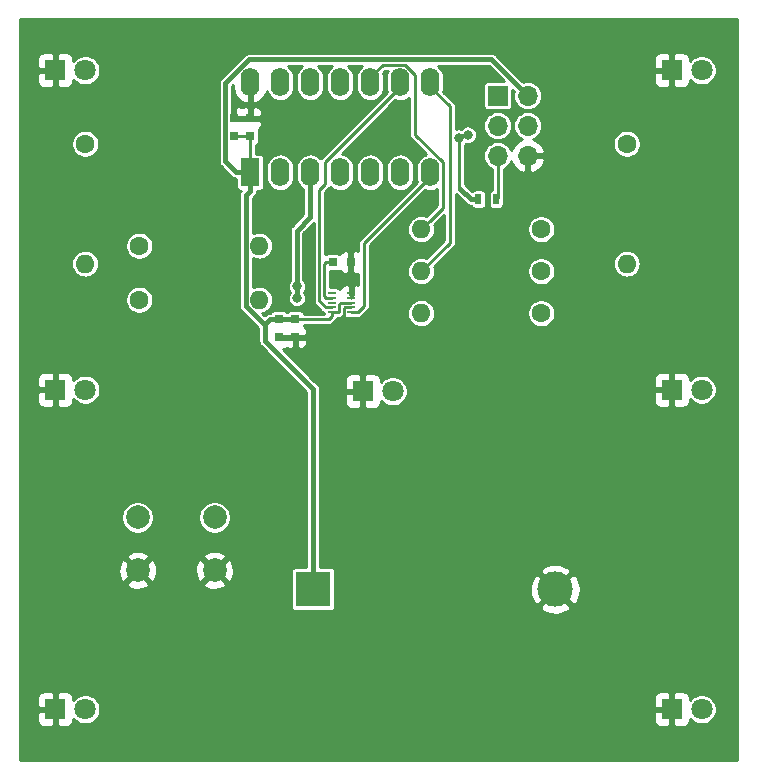
<source format=gbr>
G04 #@! TF.GenerationSoftware,KiCad,Pcbnew,(5.1.4-0-10_14)*
G04 #@! TF.CreationDate,2021-08-15T13:31:00+02:00*
G04 #@! TF.ProjectId,avrCubeRev2,61767243-7562-4655-9265-76322e6b6963,rev?*
G04 #@! TF.SameCoordinates,Original*
G04 #@! TF.FileFunction,Copper,L2,Bot*
G04 #@! TF.FilePolarity,Positive*
%FSLAX46Y46*%
G04 Gerber Fmt 4.6, Leading zero omitted, Abs format (unit mm)*
G04 Created by KiCad (PCBNEW (5.1.4-0-10_14)) date 2021-08-15 13:31:00*
%MOMM*%
%LPD*%
G04 APERTURE LIST*
%ADD10C,1.600000*%
%ADD11O,1.600000X1.600000*%
%ADD12R,1.800000X1.800000*%
%ADD13C,1.800000*%
%ADD14R,3.000000X3.000000*%
%ADD15C,3.000000*%
%ADD16R,1.600000X2.400000*%
%ADD17O,1.600000X2.400000*%
%ADD18R,1.700000X1.700000*%
%ADD19O,1.700000X1.700000*%
%ADD20R,0.700000X0.250000*%
%ADD21C,2.000000*%
%ADD22R,0.500000X0.900000*%
%ADD23R,0.800000X0.750000*%
%ADD24R,0.750000X0.800000*%
%ADD25C,0.800000*%
%ADD26C,0.215900*%
%ADD27C,0.381000*%
%ADD28C,0.250000*%
%ADD29C,0.254000*%
G04 APERTURE END LIST*
D10*
X94742000Y-82677000D03*
D11*
X84582000Y-82677000D03*
D12*
X53594000Y-92710000D03*
D13*
X56134000Y-92710000D03*
D14*
X75438000Y-109601000D03*
D15*
X95928000Y-109601000D03*
D16*
X70104000Y-74295000D03*
D17*
X85344000Y-66675000D03*
X72644000Y-74295000D03*
X82804000Y-66675000D03*
X75184000Y-74295000D03*
X80264000Y-66675000D03*
X77724000Y-74295000D03*
X77724000Y-66675000D03*
X80264000Y-74295000D03*
X75184000Y-66675000D03*
X82804000Y-74295000D03*
X72644000Y-66675000D03*
X85344000Y-74295000D03*
X70104000Y-66675000D03*
D18*
X91059000Y-67818000D03*
D19*
X93599000Y-67818000D03*
X91059000Y-70358000D03*
X93599000Y-70358000D03*
X91059000Y-72898000D03*
X93599000Y-72898000D03*
D20*
X77051000Y-86144000D03*
X77051000Y-85744000D03*
X77051000Y-85344000D03*
X77051000Y-84944000D03*
X77051000Y-84544000D03*
X78651000Y-84544000D03*
X78651000Y-84944000D03*
X78651000Y-85344000D03*
X78651000Y-85744000D03*
X78651000Y-86144000D03*
D21*
X60579000Y-108005000D03*
X60579000Y-103505000D03*
X67079000Y-108005000D03*
X67079000Y-103505000D03*
D22*
X89420000Y-76581000D03*
X90920000Y-76581000D03*
D10*
X94742000Y-86233000D03*
D11*
X84582000Y-86233000D03*
D10*
X60706000Y-85090000D03*
D11*
X70866000Y-85090000D03*
D10*
X94742000Y-79121000D03*
D11*
X84582000Y-79121000D03*
D10*
X60706000Y-80518000D03*
D11*
X70866000Y-80518000D03*
D10*
X101981000Y-71882000D03*
D11*
X101981000Y-82042000D03*
D10*
X56134000Y-71882000D03*
D11*
X56134000Y-82042000D03*
D12*
X105791000Y-119761000D03*
D13*
X108331000Y-119761000D03*
D12*
X53594000Y-119761000D03*
D13*
X56134000Y-119761000D03*
D12*
X105791000Y-92710000D03*
D13*
X108331000Y-92710000D03*
D12*
X79629000Y-92837000D03*
D13*
X82169000Y-92837000D03*
D12*
X105791000Y-65659000D03*
D13*
X108331000Y-65659000D03*
D12*
X53594000Y-65659000D03*
D13*
X56134000Y-65659000D03*
D23*
X78601000Y-81915000D03*
X77101000Y-81915000D03*
D24*
X72517000Y-88253000D03*
X72517000Y-86753000D03*
X73914000Y-88253000D03*
X73914000Y-86753000D03*
X68707000Y-69735000D03*
X68707000Y-71235000D03*
X70104000Y-69735000D03*
X70104000Y-71235000D03*
D25*
X88519000Y-71120000D03*
X78359000Y-79629000D03*
X77470000Y-80391000D03*
X87757000Y-71374000D03*
X74041000Y-83947000D03*
X74041000Y-84963000D03*
D26*
X68707000Y-69735000D02*
X70104000Y-69735000D01*
X78024861Y-85830827D02*
X78024861Y-86660861D01*
X78111688Y-85744000D02*
X78024861Y-85830827D01*
X78651000Y-85744000D02*
X78111688Y-85744000D01*
X78024861Y-86660861D02*
X78359000Y-86995000D01*
X78651000Y-84944000D02*
X78651000Y-84544000D01*
D27*
X72505000Y-86741000D02*
X72517000Y-86753000D01*
X72517000Y-86753000D02*
X73914000Y-86753000D01*
D26*
X77051000Y-86484900D02*
X77051000Y-86144000D01*
X76782900Y-86753000D02*
X77051000Y-86484900D01*
X73914000Y-86753000D02*
X76782900Y-86753000D01*
X70104000Y-71850900D02*
X70104000Y-74295000D01*
X70104000Y-71235000D02*
X70104000Y-71850900D01*
X68707000Y-71235000D02*
X70104000Y-71235000D01*
X77724000Y-74695000D02*
X77724000Y-74295000D01*
D27*
X71761000Y-86753000D02*
X72517000Y-86753000D01*
X71374000Y-87140000D02*
X71761000Y-86753000D01*
X71374000Y-88587902D02*
X71374000Y-87140000D01*
D26*
X77616900Y-86144000D02*
X77051000Y-86144000D01*
X77658951Y-86101949D02*
X77616900Y-86144000D01*
X77658951Y-85471000D02*
X77658951Y-86101949D01*
X77785951Y-85344000D02*
X77658951Y-85471000D01*
X78651000Y-85344000D02*
X77785951Y-85344000D01*
D27*
X71374000Y-88587902D02*
X75438000Y-92651902D01*
X75438000Y-92651902D02*
X75438000Y-109601000D01*
X69725499Y-85637441D02*
X71228058Y-87140000D01*
X69725499Y-76254501D02*
X69725499Y-85637441D01*
X70104000Y-75876000D02*
X69725499Y-76254501D01*
X71228058Y-87140000D02*
X71374000Y-87140000D01*
X70104000Y-74295000D02*
X70104000Y-75876000D01*
X90515481Y-64734481D02*
X92749001Y-66968001D01*
X70031595Y-64734481D02*
X90515481Y-64734481D01*
X67991499Y-73363499D02*
X67991499Y-66774577D01*
X68923000Y-74295000D02*
X67991499Y-73363499D01*
X92749001Y-66968001D02*
X93599000Y-67818000D01*
X67991499Y-66774577D02*
X70031595Y-64734481D01*
X70104000Y-74295000D02*
X68923000Y-74295000D01*
D26*
X76485100Y-84944000D02*
X77051000Y-84944000D01*
X76327000Y-84785900D02*
X76485100Y-84944000D01*
X76327000Y-82073100D02*
X76327000Y-84785900D01*
X76485100Y-81915000D02*
X76327000Y-82073100D01*
X77101000Y-81915000D02*
X76485100Y-81915000D01*
D28*
X85381999Y-78321001D02*
X84582000Y-79121000D01*
X86419010Y-77283990D02*
X85381999Y-78321001D01*
X86419010Y-73449717D02*
X86419010Y-77283990D01*
X84074000Y-66024707D02*
X84074000Y-71104707D01*
X84074000Y-71104707D02*
X86419010Y-73449717D01*
X83249283Y-65199990D02*
X84074000Y-66024707D01*
X80264000Y-66275000D02*
X81339010Y-65199990D01*
X81339010Y-65199990D02*
X83249283Y-65199990D01*
X80264000Y-66675000D02*
X80264000Y-66275000D01*
X86995000Y-80264000D02*
X84582000Y-82677000D01*
X86995000Y-68726000D02*
X86995000Y-80264000D01*
X85344000Y-67075000D02*
X85344000Y-66675000D01*
X86995000Y-68726000D02*
X85344000Y-67075000D01*
D27*
X75184000Y-78105000D02*
X75184000Y-74295000D01*
X74041000Y-79248000D02*
X75184000Y-78105000D01*
X74041000Y-83947000D02*
X74041000Y-79248000D01*
X74041000Y-83947000D02*
X74041000Y-84963000D01*
D26*
X75961090Y-85219990D02*
X75961090Y-75803910D01*
X76485100Y-85744000D02*
X75961090Y-85219990D01*
X77051000Y-85744000D02*
X76485100Y-85744000D01*
X75961090Y-75803910D02*
X76454000Y-75311000D01*
X82804000Y-67075000D02*
X82804000Y-66675000D01*
X76454000Y-73425000D02*
X82804000Y-67075000D01*
X76454000Y-75311000D02*
X76454000Y-73425000D01*
X79740910Y-80298090D02*
X79740910Y-85619990D01*
X79216900Y-86144000D02*
X78651000Y-86144000D01*
X79740910Y-85619990D02*
X79216900Y-86144000D01*
X85344000Y-74695000D02*
X79740910Y-80298090D01*
X85344000Y-74295000D02*
X85344000Y-74695000D01*
X91059000Y-76442000D02*
X90920000Y-76581000D01*
X91059000Y-72898000D02*
X91059000Y-76442000D01*
D27*
X88789000Y-76581000D02*
X89420000Y-76581000D01*
X87884000Y-75676000D02*
X88789000Y-76581000D01*
D28*
X87757000Y-75549000D02*
X87884000Y-75676000D01*
X87757000Y-71374000D02*
X87757000Y-75549000D01*
X88011000Y-71120000D02*
X87757000Y-71374000D01*
X88519000Y-71120000D02*
X88011000Y-71120000D01*
D29*
G36*
X111354001Y-124054000D02*
G01*
X50571000Y-124054000D01*
X50571000Y-120661000D01*
X52055928Y-120661000D01*
X52068188Y-120785482D01*
X52104498Y-120905180D01*
X52163463Y-121015494D01*
X52242815Y-121112185D01*
X52339506Y-121191537D01*
X52449820Y-121250502D01*
X52569518Y-121286812D01*
X52694000Y-121299072D01*
X53308250Y-121296000D01*
X53467000Y-121137250D01*
X53467000Y-119888000D01*
X52217750Y-119888000D01*
X52059000Y-120046750D01*
X52055928Y-120661000D01*
X50571000Y-120661000D01*
X50571000Y-118861000D01*
X52055928Y-118861000D01*
X52059000Y-119475250D01*
X52217750Y-119634000D01*
X53467000Y-119634000D01*
X53467000Y-118384750D01*
X53721000Y-118384750D01*
X53721000Y-119634000D01*
X53741000Y-119634000D01*
X53741000Y-119888000D01*
X53721000Y-119888000D01*
X53721000Y-121137250D01*
X53879750Y-121296000D01*
X54494000Y-121299072D01*
X54618482Y-121286812D01*
X54738180Y-121250502D01*
X54848494Y-121191537D01*
X54945185Y-121112185D01*
X55024537Y-121015494D01*
X55083502Y-120905180D01*
X55119812Y-120785482D01*
X55132072Y-120661000D01*
X55131600Y-120566541D01*
X55138982Y-120577590D01*
X55317410Y-120756018D01*
X55527219Y-120896207D01*
X55760346Y-120992772D01*
X56007833Y-121042000D01*
X56260167Y-121042000D01*
X56507654Y-120992772D01*
X56740781Y-120896207D01*
X56950590Y-120756018D01*
X57045608Y-120661000D01*
X104252928Y-120661000D01*
X104265188Y-120785482D01*
X104301498Y-120905180D01*
X104360463Y-121015494D01*
X104439815Y-121112185D01*
X104536506Y-121191537D01*
X104646820Y-121250502D01*
X104766518Y-121286812D01*
X104891000Y-121299072D01*
X105505250Y-121296000D01*
X105664000Y-121137250D01*
X105664000Y-119888000D01*
X104414750Y-119888000D01*
X104256000Y-120046750D01*
X104252928Y-120661000D01*
X57045608Y-120661000D01*
X57129018Y-120577590D01*
X57269207Y-120367781D01*
X57365772Y-120134654D01*
X57415000Y-119887167D01*
X57415000Y-119634833D01*
X57365772Y-119387346D01*
X57269207Y-119154219D01*
X57129018Y-118944410D01*
X57045608Y-118861000D01*
X104252928Y-118861000D01*
X104256000Y-119475250D01*
X104414750Y-119634000D01*
X105664000Y-119634000D01*
X105664000Y-118384750D01*
X105918000Y-118384750D01*
X105918000Y-119634000D01*
X105938000Y-119634000D01*
X105938000Y-119888000D01*
X105918000Y-119888000D01*
X105918000Y-121137250D01*
X106076750Y-121296000D01*
X106691000Y-121299072D01*
X106815482Y-121286812D01*
X106935180Y-121250502D01*
X107045494Y-121191537D01*
X107142185Y-121112185D01*
X107221537Y-121015494D01*
X107280502Y-120905180D01*
X107316812Y-120785482D01*
X107329072Y-120661000D01*
X107328600Y-120566541D01*
X107335982Y-120577590D01*
X107514410Y-120756018D01*
X107724219Y-120896207D01*
X107957346Y-120992772D01*
X108204833Y-121042000D01*
X108457167Y-121042000D01*
X108704654Y-120992772D01*
X108937781Y-120896207D01*
X109147590Y-120756018D01*
X109326018Y-120577590D01*
X109466207Y-120367781D01*
X109562772Y-120134654D01*
X109612000Y-119887167D01*
X109612000Y-119634833D01*
X109562772Y-119387346D01*
X109466207Y-119154219D01*
X109326018Y-118944410D01*
X109147590Y-118765982D01*
X108937781Y-118625793D01*
X108704654Y-118529228D01*
X108457167Y-118480000D01*
X108204833Y-118480000D01*
X107957346Y-118529228D01*
X107724219Y-118625793D01*
X107514410Y-118765982D01*
X107335982Y-118944410D01*
X107328600Y-118955459D01*
X107329072Y-118861000D01*
X107316812Y-118736518D01*
X107280502Y-118616820D01*
X107221537Y-118506506D01*
X107142185Y-118409815D01*
X107045494Y-118330463D01*
X106935180Y-118271498D01*
X106815482Y-118235188D01*
X106691000Y-118222928D01*
X106076750Y-118226000D01*
X105918000Y-118384750D01*
X105664000Y-118384750D01*
X105505250Y-118226000D01*
X104891000Y-118222928D01*
X104766518Y-118235188D01*
X104646820Y-118271498D01*
X104536506Y-118330463D01*
X104439815Y-118409815D01*
X104360463Y-118506506D01*
X104301498Y-118616820D01*
X104265188Y-118736518D01*
X104252928Y-118861000D01*
X57045608Y-118861000D01*
X56950590Y-118765982D01*
X56740781Y-118625793D01*
X56507654Y-118529228D01*
X56260167Y-118480000D01*
X56007833Y-118480000D01*
X55760346Y-118529228D01*
X55527219Y-118625793D01*
X55317410Y-118765982D01*
X55138982Y-118944410D01*
X55131600Y-118955459D01*
X55132072Y-118861000D01*
X55119812Y-118736518D01*
X55083502Y-118616820D01*
X55024537Y-118506506D01*
X54945185Y-118409815D01*
X54848494Y-118330463D01*
X54738180Y-118271498D01*
X54618482Y-118235188D01*
X54494000Y-118222928D01*
X53879750Y-118226000D01*
X53721000Y-118384750D01*
X53467000Y-118384750D01*
X53308250Y-118226000D01*
X52694000Y-118222928D01*
X52569518Y-118235188D01*
X52449820Y-118271498D01*
X52339506Y-118330463D01*
X52242815Y-118409815D01*
X52163463Y-118506506D01*
X52104498Y-118616820D01*
X52068188Y-118736518D01*
X52055928Y-118861000D01*
X50571000Y-118861000D01*
X50571000Y-109140413D01*
X59623192Y-109140413D01*
X59718956Y-109404814D01*
X60008571Y-109545704D01*
X60320108Y-109627384D01*
X60641595Y-109646718D01*
X60960675Y-109602961D01*
X61265088Y-109497795D01*
X61439044Y-109404814D01*
X61534808Y-109140413D01*
X66123192Y-109140413D01*
X66218956Y-109404814D01*
X66508571Y-109545704D01*
X66820108Y-109627384D01*
X67141595Y-109646718D01*
X67460675Y-109602961D01*
X67765088Y-109497795D01*
X67939044Y-109404814D01*
X68034808Y-109140413D01*
X67079000Y-108184605D01*
X66123192Y-109140413D01*
X61534808Y-109140413D01*
X60579000Y-108184605D01*
X59623192Y-109140413D01*
X50571000Y-109140413D01*
X50571000Y-108067595D01*
X58937282Y-108067595D01*
X58981039Y-108386675D01*
X59086205Y-108691088D01*
X59179186Y-108865044D01*
X59443587Y-108960808D01*
X60399395Y-108005000D01*
X60758605Y-108005000D01*
X61714413Y-108960808D01*
X61978814Y-108865044D01*
X62119704Y-108575429D01*
X62201384Y-108263892D01*
X62213189Y-108067595D01*
X65437282Y-108067595D01*
X65481039Y-108386675D01*
X65586205Y-108691088D01*
X65679186Y-108865044D01*
X65943587Y-108960808D01*
X66899395Y-108005000D01*
X67258605Y-108005000D01*
X68214413Y-108960808D01*
X68478814Y-108865044D01*
X68619704Y-108575429D01*
X68701384Y-108263892D01*
X68720718Y-107942405D01*
X68676961Y-107623325D01*
X68571795Y-107318912D01*
X68478814Y-107144956D01*
X68214413Y-107049192D01*
X67258605Y-108005000D01*
X66899395Y-108005000D01*
X65943587Y-107049192D01*
X65679186Y-107144956D01*
X65538296Y-107434571D01*
X65456616Y-107746108D01*
X65437282Y-108067595D01*
X62213189Y-108067595D01*
X62220718Y-107942405D01*
X62176961Y-107623325D01*
X62071795Y-107318912D01*
X61978814Y-107144956D01*
X61714413Y-107049192D01*
X60758605Y-108005000D01*
X60399395Y-108005000D01*
X59443587Y-107049192D01*
X59179186Y-107144956D01*
X59038296Y-107434571D01*
X58956616Y-107746108D01*
X58937282Y-108067595D01*
X50571000Y-108067595D01*
X50571000Y-106869587D01*
X59623192Y-106869587D01*
X60579000Y-107825395D01*
X61534808Y-106869587D01*
X66123192Y-106869587D01*
X67079000Y-107825395D01*
X68034808Y-106869587D01*
X67939044Y-106605186D01*
X67649429Y-106464296D01*
X67337892Y-106382616D01*
X67016405Y-106363282D01*
X66697325Y-106407039D01*
X66392912Y-106512205D01*
X66218956Y-106605186D01*
X66123192Y-106869587D01*
X61534808Y-106869587D01*
X61439044Y-106605186D01*
X61149429Y-106464296D01*
X60837892Y-106382616D01*
X60516405Y-106363282D01*
X60197325Y-106407039D01*
X59892912Y-106512205D01*
X59718956Y-106605186D01*
X59623192Y-106869587D01*
X50571000Y-106869587D01*
X50571000Y-103368983D01*
X59198000Y-103368983D01*
X59198000Y-103641017D01*
X59251071Y-103907823D01*
X59355174Y-104159149D01*
X59506307Y-104385336D01*
X59698664Y-104577693D01*
X59924851Y-104728826D01*
X60176177Y-104832929D01*
X60442983Y-104886000D01*
X60715017Y-104886000D01*
X60981823Y-104832929D01*
X61233149Y-104728826D01*
X61459336Y-104577693D01*
X61651693Y-104385336D01*
X61802826Y-104159149D01*
X61906929Y-103907823D01*
X61960000Y-103641017D01*
X61960000Y-103368983D01*
X65698000Y-103368983D01*
X65698000Y-103641017D01*
X65751071Y-103907823D01*
X65855174Y-104159149D01*
X66006307Y-104385336D01*
X66198664Y-104577693D01*
X66424851Y-104728826D01*
X66676177Y-104832929D01*
X66942983Y-104886000D01*
X67215017Y-104886000D01*
X67481823Y-104832929D01*
X67733149Y-104728826D01*
X67959336Y-104577693D01*
X68151693Y-104385336D01*
X68302826Y-104159149D01*
X68406929Y-103907823D01*
X68460000Y-103641017D01*
X68460000Y-103368983D01*
X68406929Y-103102177D01*
X68302826Y-102850851D01*
X68151693Y-102624664D01*
X67959336Y-102432307D01*
X67733149Y-102281174D01*
X67481823Y-102177071D01*
X67215017Y-102124000D01*
X66942983Y-102124000D01*
X66676177Y-102177071D01*
X66424851Y-102281174D01*
X66198664Y-102432307D01*
X66006307Y-102624664D01*
X65855174Y-102850851D01*
X65751071Y-103102177D01*
X65698000Y-103368983D01*
X61960000Y-103368983D01*
X61906929Y-103102177D01*
X61802826Y-102850851D01*
X61651693Y-102624664D01*
X61459336Y-102432307D01*
X61233149Y-102281174D01*
X60981823Y-102177071D01*
X60715017Y-102124000D01*
X60442983Y-102124000D01*
X60176177Y-102177071D01*
X59924851Y-102281174D01*
X59698664Y-102432307D01*
X59506307Y-102624664D01*
X59355174Y-102850851D01*
X59251071Y-103102177D01*
X59198000Y-103368983D01*
X50571000Y-103368983D01*
X50571000Y-93610000D01*
X52055928Y-93610000D01*
X52068188Y-93734482D01*
X52104498Y-93854180D01*
X52163463Y-93964494D01*
X52242815Y-94061185D01*
X52339506Y-94140537D01*
X52449820Y-94199502D01*
X52569518Y-94235812D01*
X52694000Y-94248072D01*
X53308250Y-94245000D01*
X53467000Y-94086250D01*
X53467000Y-92837000D01*
X52217750Y-92837000D01*
X52059000Y-92995750D01*
X52055928Y-93610000D01*
X50571000Y-93610000D01*
X50571000Y-91810000D01*
X52055928Y-91810000D01*
X52059000Y-92424250D01*
X52217750Y-92583000D01*
X53467000Y-92583000D01*
X53467000Y-91333750D01*
X53721000Y-91333750D01*
X53721000Y-92583000D01*
X53741000Y-92583000D01*
X53741000Y-92837000D01*
X53721000Y-92837000D01*
X53721000Y-94086250D01*
X53879750Y-94245000D01*
X54494000Y-94248072D01*
X54618482Y-94235812D01*
X54738180Y-94199502D01*
X54848494Y-94140537D01*
X54945185Y-94061185D01*
X55024537Y-93964494D01*
X55083502Y-93854180D01*
X55119812Y-93734482D01*
X55132072Y-93610000D01*
X55131600Y-93515541D01*
X55138982Y-93526590D01*
X55317410Y-93705018D01*
X55527219Y-93845207D01*
X55760346Y-93941772D01*
X56007833Y-93991000D01*
X56260167Y-93991000D01*
X56507654Y-93941772D01*
X56740781Y-93845207D01*
X56950590Y-93705018D01*
X57129018Y-93526590D01*
X57269207Y-93316781D01*
X57365772Y-93083654D01*
X57415000Y-92836167D01*
X57415000Y-92583833D01*
X57365772Y-92336346D01*
X57269207Y-92103219D01*
X57129018Y-91893410D01*
X56950590Y-91714982D01*
X56740781Y-91574793D01*
X56507654Y-91478228D01*
X56260167Y-91429000D01*
X56007833Y-91429000D01*
X55760346Y-91478228D01*
X55527219Y-91574793D01*
X55317410Y-91714982D01*
X55138982Y-91893410D01*
X55131600Y-91904459D01*
X55132072Y-91810000D01*
X55119812Y-91685518D01*
X55083502Y-91565820D01*
X55024537Y-91455506D01*
X54945185Y-91358815D01*
X54848494Y-91279463D01*
X54738180Y-91220498D01*
X54618482Y-91184188D01*
X54494000Y-91171928D01*
X53879750Y-91175000D01*
X53721000Y-91333750D01*
X53467000Y-91333750D01*
X53308250Y-91175000D01*
X52694000Y-91171928D01*
X52569518Y-91184188D01*
X52449820Y-91220498D01*
X52339506Y-91279463D01*
X52242815Y-91358815D01*
X52163463Y-91455506D01*
X52104498Y-91565820D01*
X52068188Y-91685518D01*
X52055928Y-91810000D01*
X50571000Y-91810000D01*
X50571000Y-84973682D01*
X59525000Y-84973682D01*
X59525000Y-85206318D01*
X59570386Y-85434485D01*
X59659412Y-85649413D01*
X59788658Y-85842843D01*
X59953157Y-86007342D01*
X60146587Y-86136588D01*
X60361515Y-86225614D01*
X60589682Y-86271000D01*
X60822318Y-86271000D01*
X61050485Y-86225614D01*
X61265413Y-86136588D01*
X61458843Y-86007342D01*
X61623342Y-85842843D01*
X61752588Y-85649413D01*
X61841614Y-85434485D01*
X61887000Y-85206318D01*
X61887000Y-84973682D01*
X61841614Y-84745515D01*
X61752588Y-84530587D01*
X61623342Y-84337157D01*
X61458843Y-84172658D01*
X61265413Y-84043412D01*
X61050485Y-83954386D01*
X60822318Y-83909000D01*
X60589682Y-83909000D01*
X60361515Y-83954386D01*
X60146587Y-84043412D01*
X59953157Y-84172658D01*
X59788658Y-84337157D01*
X59659412Y-84530587D01*
X59570386Y-84745515D01*
X59525000Y-84973682D01*
X50571000Y-84973682D01*
X50571000Y-82042000D01*
X54947286Y-82042000D01*
X54970088Y-82273516D01*
X55037619Y-82496136D01*
X55147283Y-82701303D01*
X55294866Y-82881134D01*
X55474697Y-83028717D01*
X55679864Y-83138381D01*
X55902484Y-83205912D01*
X56075984Y-83223000D01*
X56192016Y-83223000D01*
X56365516Y-83205912D01*
X56588136Y-83138381D01*
X56793303Y-83028717D01*
X56973134Y-82881134D01*
X57120717Y-82701303D01*
X57230381Y-82496136D01*
X57297912Y-82273516D01*
X57320714Y-82042000D01*
X57297912Y-81810484D01*
X57230381Y-81587864D01*
X57120717Y-81382697D01*
X56973134Y-81202866D01*
X56793303Y-81055283D01*
X56588136Y-80945619D01*
X56365516Y-80878088D01*
X56192016Y-80861000D01*
X56075984Y-80861000D01*
X55902484Y-80878088D01*
X55679864Y-80945619D01*
X55474697Y-81055283D01*
X55294866Y-81202866D01*
X55147283Y-81382697D01*
X55037619Y-81587864D01*
X54970088Y-81810484D01*
X54947286Y-82042000D01*
X50571000Y-82042000D01*
X50571000Y-80401682D01*
X59525000Y-80401682D01*
X59525000Y-80634318D01*
X59570386Y-80862485D01*
X59659412Y-81077413D01*
X59788658Y-81270843D01*
X59953157Y-81435342D01*
X60146587Y-81564588D01*
X60361515Y-81653614D01*
X60589682Y-81699000D01*
X60822318Y-81699000D01*
X61050485Y-81653614D01*
X61265413Y-81564588D01*
X61458843Y-81435342D01*
X61623342Y-81270843D01*
X61752588Y-81077413D01*
X61841614Y-80862485D01*
X61887000Y-80634318D01*
X61887000Y-80401682D01*
X61841614Y-80173515D01*
X61752588Y-79958587D01*
X61623342Y-79765157D01*
X61458843Y-79600658D01*
X61265413Y-79471412D01*
X61050485Y-79382386D01*
X60822318Y-79337000D01*
X60589682Y-79337000D01*
X60361515Y-79382386D01*
X60146587Y-79471412D01*
X59953157Y-79600658D01*
X59788658Y-79765157D01*
X59659412Y-79958587D01*
X59570386Y-80173515D01*
X59525000Y-80401682D01*
X50571000Y-80401682D01*
X50571000Y-71765682D01*
X54953000Y-71765682D01*
X54953000Y-71998318D01*
X54998386Y-72226485D01*
X55087412Y-72441413D01*
X55216658Y-72634843D01*
X55381157Y-72799342D01*
X55574587Y-72928588D01*
X55789515Y-73017614D01*
X56017682Y-73063000D01*
X56250318Y-73063000D01*
X56478485Y-73017614D01*
X56693413Y-72928588D01*
X56886843Y-72799342D01*
X57051342Y-72634843D01*
X57180588Y-72441413D01*
X57269614Y-72226485D01*
X57315000Y-71998318D01*
X57315000Y-71765682D01*
X57269614Y-71537515D01*
X57180588Y-71322587D01*
X57051342Y-71129157D01*
X56886843Y-70964658D01*
X56693413Y-70835412D01*
X56478485Y-70746386D01*
X56250318Y-70701000D01*
X56017682Y-70701000D01*
X55789515Y-70746386D01*
X55574587Y-70835412D01*
X55381157Y-70964658D01*
X55216658Y-71129157D01*
X55087412Y-71322587D01*
X54998386Y-71537515D01*
X54953000Y-71765682D01*
X50571000Y-71765682D01*
X50571000Y-66559000D01*
X52055928Y-66559000D01*
X52068188Y-66683482D01*
X52104498Y-66803180D01*
X52163463Y-66913494D01*
X52242815Y-67010185D01*
X52339506Y-67089537D01*
X52449820Y-67148502D01*
X52569518Y-67184812D01*
X52694000Y-67197072D01*
X53308250Y-67194000D01*
X53467000Y-67035250D01*
X53467000Y-65786000D01*
X52217750Y-65786000D01*
X52059000Y-65944750D01*
X52055928Y-66559000D01*
X50571000Y-66559000D01*
X50571000Y-64759000D01*
X52055928Y-64759000D01*
X52059000Y-65373250D01*
X52217750Y-65532000D01*
X53467000Y-65532000D01*
X53467000Y-64282750D01*
X53721000Y-64282750D01*
X53721000Y-65532000D01*
X53741000Y-65532000D01*
X53741000Y-65786000D01*
X53721000Y-65786000D01*
X53721000Y-67035250D01*
X53879750Y-67194000D01*
X54494000Y-67197072D01*
X54618482Y-67184812D01*
X54738180Y-67148502D01*
X54848494Y-67089537D01*
X54945185Y-67010185D01*
X55024537Y-66913494D01*
X55083502Y-66803180D01*
X55119812Y-66683482D01*
X55132072Y-66559000D01*
X55131600Y-66464541D01*
X55138982Y-66475590D01*
X55317410Y-66654018D01*
X55527219Y-66794207D01*
X55760346Y-66890772D01*
X56007833Y-66940000D01*
X56260167Y-66940000D01*
X56507654Y-66890772D01*
X56740781Y-66794207D01*
X56770159Y-66774577D01*
X67417234Y-66774577D01*
X67420000Y-66802661D01*
X67419999Y-73335425D01*
X67417234Y-73363499D01*
X67419999Y-73391572D01*
X67428268Y-73475532D01*
X67460947Y-73583260D01*
X67514015Y-73682543D01*
X67585432Y-73769566D01*
X67607247Y-73787469D01*
X68499034Y-74679257D01*
X68516933Y-74701067D01*
X68603955Y-74772484D01*
X68703238Y-74825552D01*
X68810966Y-74858231D01*
X68894926Y-74866500D01*
X68894927Y-74866500D01*
X68921157Y-74869084D01*
X68921157Y-75495000D01*
X68928513Y-75569689D01*
X68950299Y-75641508D01*
X68985678Y-75707696D01*
X69033289Y-75765711D01*
X69091304Y-75813322D01*
X69157492Y-75848701D01*
X69229311Y-75870487D01*
X69295948Y-75877050D01*
X69270116Y-75908527D01*
X69248015Y-75935457D01*
X69194947Y-76034740D01*
X69162268Y-76142468D01*
X69151234Y-76254501D01*
X69153999Y-76282575D01*
X69154000Y-85609357D01*
X69151234Y-85637441D01*
X69162268Y-85749474D01*
X69194947Y-85857202D01*
X69248015Y-85956485D01*
X69259235Y-85970157D01*
X69319433Y-86043508D01*
X69341243Y-86061407D01*
X70802501Y-87522666D01*
X70802500Y-88559827D01*
X70799735Y-88587902D01*
X70802500Y-88615975D01*
X70810769Y-88699935D01*
X70843448Y-88807663D01*
X70896516Y-88906946D01*
X70967933Y-88993969D01*
X70989748Y-89011872D01*
X74866500Y-92888625D01*
X74866501Y-107718157D01*
X73938000Y-107718157D01*
X73863311Y-107725513D01*
X73791492Y-107747299D01*
X73725304Y-107782678D01*
X73667289Y-107830289D01*
X73619678Y-107888304D01*
X73584299Y-107954492D01*
X73562513Y-108026311D01*
X73555157Y-108101000D01*
X73555157Y-111101000D01*
X73562513Y-111175689D01*
X73584299Y-111247508D01*
X73619678Y-111313696D01*
X73667289Y-111371711D01*
X73725304Y-111419322D01*
X73791492Y-111454701D01*
X73863311Y-111476487D01*
X73938000Y-111483843D01*
X76938000Y-111483843D01*
X77012689Y-111476487D01*
X77084508Y-111454701D01*
X77150696Y-111419322D01*
X77208711Y-111371711D01*
X77256322Y-111313696D01*
X77291701Y-111247508D01*
X77313487Y-111175689D01*
X77320843Y-111101000D01*
X77320843Y-111092653D01*
X94615952Y-111092653D01*
X94771962Y-111408214D01*
X95146745Y-111599020D01*
X95551551Y-111713044D01*
X95970824Y-111745902D01*
X96388451Y-111696334D01*
X96788383Y-111566243D01*
X97084038Y-111408214D01*
X97240048Y-111092653D01*
X95928000Y-109780605D01*
X94615952Y-111092653D01*
X77320843Y-111092653D01*
X77320843Y-109643824D01*
X93783098Y-109643824D01*
X93832666Y-110061451D01*
X93962757Y-110461383D01*
X94120786Y-110757038D01*
X94436347Y-110913048D01*
X95748395Y-109601000D01*
X96107605Y-109601000D01*
X97419653Y-110913048D01*
X97735214Y-110757038D01*
X97926020Y-110382255D01*
X98040044Y-109977449D01*
X98072902Y-109558176D01*
X98023334Y-109140549D01*
X97893243Y-108740617D01*
X97735214Y-108444962D01*
X97419653Y-108288952D01*
X96107605Y-109601000D01*
X95748395Y-109601000D01*
X94436347Y-108288952D01*
X94120786Y-108444962D01*
X93929980Y-108819745D01*
X93815956Y-109224551D01*
X93783098Y-109643824D01*
X77320843Y-109643824D01*
X77320843Y-108109347D01*
X94615952Y-108109347D01*
X95928000Y-109421395D01*
X97240048Y-108109347D01*
X97084038Y-107793786D01*
X96709255Y-107602980D01*
X96304449Y-107488956D01*
X95885176Y-107456098D01*
X95467549Y-107505666D01*
X95067617Y-107635757D01*
X94771962Y-107793786D01*
X94615952Y-108109347D01*
X77320843Y-108109347D01*
X77320843Y-108101000D01*
X77313487Y-108026311D01*
X77291701Y-107954492D01*
X77256322Y-107888304D01*
X77208711Y-107830289D01*
X77150696Y-107782678D01*
X77084508Y-107747299D01*
X77012689Y-107725513D01*
X76938000Y-107718157D01*
X76009500Y-107718157D01*
X76009500Y-93737000D01*
X78090928Y-93737000D01*
X78103188Y-93861482D01*
X78139498Y-93981180D01*
X78198463Y-94091494D01*
X78277815Y-94188185D01*
X78374506Y-94267537D01*
X78484820Y-94326502D01*
X78604518Y-94362812D01*
X78729000Y-94375072D01*
X79343250Y-94372000D01*
X79502000Y-94213250D01*
X79502000Y-92964000D01*
X78252750Y-92964000D01*
X78094000Y-93122750D01*
X78090928Y-93737000D01*
X76009500Y-93737000D01*
X76009500Y-92679976D01*
X76012265Y-92651902D01*
X76001231Y-92539868D01*
X75968552Y-92432140D01*
X75915484Y-92332857D01*
X75844067Y-92245835D01*
X75822258Y-92227937D01*
X75531321Y-91937000D01*
X78090928Y-91937000D01*
X78094000Y-92551250D01*
X78252750Y-92710000D01*
X79502000Y-92710000D01*
X79502000Y-91460750D01*
X79756000Y-91460750D01*
X79756000Y-92710000D01*
X79776000Y-92710000D01*
X79776000Y-92964000D01*
X79756000Y-92964000D01*
X79756000Y-94213250D01*
X79914750Y-94372000D01*
X80529000Y-94375072D01*
X80653482Y-94362812D01*
X80773180Y-94326502D01*
X80883494Y-94267537D01*
X80980185Y-94188185D01*
X81059537Y-94091494D01*
X81118502Y-93981180D01*
X81154812Y-93861482D01*
X81167072Y-93737000D01*
X81166600Y-93642541D01*
X81173982Y-93653590D01*
X81352410Y-93832018D01*
X81562219Y-93972207D01*
X81795346Y-94068772D01*
X82042833Y-94118000D01*
X82295167Y-94118000D01*
X82542654Y-94068772D01*
X82775781Y-93972207D01*
X82985590Y-93832018D01*
X83164018Y-93653590D01*
X83193143Y-93610000D01*
X104252928Y-93610000D01*
X104265188Y-93734482D01*
X104301498Y-93854180D01*
X104360463Y-93964494D01*
X104439815Y-94061185D01*
X104536506Y-94140537D01*
X104646820Y-94199502D01*
X104766518Y-94235812D01*
X104891000Y-94248072D01*
X105505250Y-94245000D01*
X105664000Y-94086250D01*
X105664000Y-92837000D01*
X104414750Y-92837000D01*
X104256000Y-92995750D01*
X104252928Y-93610000D01*
X83193143Y-93610000D01*
X83304207Y-93443781D01*
X83400772Y-93210654D01*
X83450000Y-92963167D01*
X83450000Y-92710833D01*
X83400772Y-92463346D01*
X83304207Y-92230219D01*
X83164018Y-92020410D01*
X82985590Y-91841982D01*
X82937726Y-91810000D01*
X104252928Y-91810000D01*
X104256000Y-92424250D01*
X104414750Y-92583000D01*
X105664000Y-92583000D01*
X105664000Y-91333750D01*
X105918000Y-91333750D01*
X105918000Y-92583000D01*
X105938000Y-92583000D01*
X105938000Y-92837000D01*
X105918000Y-92837000D01*
X105918000Y-94086250D01*
X106076750Y-94245000D01*
X106691000Y-94248072D01*
X106815482Y-94235812D01*
X106935180Y-94199502D01*
X107045494Y-94140537D01*
X107142185Y-94061185D01*
X107221537Y-93964494D01*
X107280502Y-93854180D01*
X107316812Y-93734482D01*
X107329072Y-93610000D01*
X107328600Y-93515541D01*
X107335982Y-93526590D01*
X107514410Y-93705018D01*
X107724219Y-93845207D01*
X107957346Y-93941772D01*
X108204833Y-93991000D01*
X108457167Y-93991000D01*
X108704654Y-93941772D01*
X108937781Y-93845207D01*
X109147590Y-93705018D01*
X109326018Y-93526590D01*
X109466207Y-93316781D01*
X109562772Y-93083654D01*
X109612000Y-92836167D01*
X109612000Y-92583833D01*
X109562772Y-92336346D01*
X109466207Y-92103219D01*
X109326018Y-91893410D01*
X109147590Y-91714982D01*
X108937781Y-91574793D01*
X108704654Y-91478228D01*
X108457167Y-91429000D01*
X108204833Y-91429000D01*
X107957346Y-91478228D01*
X107724219Y-91574793D01*
X107514410Y-91714982D01*
X107335982Y-91893410D01*
X107328600Y-91904459D01*
X107329072Y-91810000D01*
X107316812Y-91685518D01*
X107280502Y-91565820D01*
X107221537Y-91455506D01*
X107142185Y-91358815D01*
X107045494Y-91279463D01*
X106935180Y-91220498D01*
X106815482Y-91184188D01*
X106691000Y-91171928D01*
X106076750Y-91175000D01*
X105918000Y-91333750D01*
X105664000Y-91333750D01*
X105505250Y-91175000D01*
X104891000Y-91171928D01*
X104766518Y-91184188D01*
X104646820Y-91220498D01*
X104536506Y-91279463D01*
X104439815Y-91358815D01*
X104360463Y-91455506D01*
X104301498Y-91565820D01*
X104265188Y-91685518D01*
X104252928Y-91810000D01*
X82937726Y-91810000D01*
X82775781Y-91701793D01*
X82542654Y-91605228D01*
X82295167Y-91556000D01*
X82042833Y-91556000D01*
X81795346Y-91605228D01*
X81562219Y-91701793D01*
X81352410Y-91841982D01*
X81173982Y-92020410D01*
X81166600Y-92031459D01*
X81167072Y-91937000D01*
X81154812Y-91812518D01*
X81118502Y-91692820D01*
X81059537Y-91582506D01*
X80980185Y-91485815D01*
X80883494Y-91406463D01*
X80773180Y-91347498D01*
X80653482Y-91311188D01*
X80529000Y-91298928D01*
X79914750Y-91302000D01*
X79756000Y-91460750D01*
X79502000Y-91460750D01*
X79343250Y-91302000D01*
X78729000Y-91298928D01*
X78604518Y-91311188D01*
X78484820Y-91347498D01*
X78374506Y-91406463D01*
X78277815Y-91485815D01*
X78198463Y-91582506D01*
X78139498Y-91692820D01*
X78103188Y-91812518D01*
X78090928Y-91937000D01*
X75531321Y-91937000D01*
X72885157Y-89290836D01*
X72892000Y-89291072D01*
X73016482Y-89278812D01*
X73136180Y-89242502D01*
X73215500Y-89200104D01*
X73294820Y-89242502D01*
X73414518Y-89278812D01*
X73539000Y-89291072D01*
X73628250Y-89288000D01*
X73787000Y-89129250D01*
X73787000Y-88380000D01*
X74041000Y-88380000D01*
X74041000Y-89129250D01*
X74199750Y-89288000D01*
X74289000Y-89291072D01*
X74413482Y-89278812D01*
X74533180Y-89242502D01*
X74643494Y-89183537D01*
X74740185Y-89104185D01*
X74819537Y-89007494D01*
X74878502Y-88897180D01*
X74914812Y-88777482D01*
X74927072Y-88653000D01*
X74924000Y-88538750D01*
X74765250Y-88380000D01*
X74041000Y-88380000D01*
X73787000Y-88380000D01*
X72644000Y-88380000D01*
X72644000Y-88400000D01*
X72390000Y-88400000D01*
X72390000Y-88380000D01*
X72370000Y-88380000D01*
X72370000Y-88126000D01*
X72390000Y-88126000D01*
X72390000Y-88106000D01*
X72644000Y-88106000D01*
X72644000Y-88126000D01*
X73787000Y-88126000D01*
X73787000Y-88106000D01*
X74041000Y-88106000D01*
X74041000Y-88126000D01*
X74765250Y-88126000D01*
X74924000Y-87967250D01*
X74927072Y-87853000D01*
X74914812Y-87728518D01*
X74878502Y-87608820D01*
X74819537Y-87498506D01*
X74740185Y-87401815D01*
X74643494Y-87322463D01*
X74633334Y-87317032D01*
X74642701Y-87299508D01*
X74660161Y-87241950D01*
X76758897Y-87241950D01*
X76782900Y-87244314D01*
X76806903Y-87241950D01*
X76806914Y-87241950D01*
X76878751Y-87234875D01*
X76970918Y-87206916D01*
X77055860Y-87161513D01*
X77130312Y-87100412D01*
X77145620Y-87081759D01*
X77379759Y-86847620D01*
X77398412Y-86832312D01*
X77459513Y-86757860D01*
X77459514Y-86757859D01*
X77504916Y-86672919D01*
X77511423Y-86651467D01*
X77517040Y-86632950D01*
X77592897Y-86632950D01*
X77616900Y-86635314D01*
X77640903Y-86632950D01*
X77640914Y-86632950D01*
X77712751Y-86625875D01*
X77804918Y-86597916D01*
X77889860Y-86552513D01*
X77964312Y-86491412D01*
X77978579Y-86474028D01*
X77982678Y-86481696D01*
X78030289Y-86539711D01*
X78088304Y-86587322D01*
X78154492Y-86622701D01*
X78226311Y-86644487D01*
X78301000Y-86651843D01*
X79001000Y-86651843D01*
X79075689Y-86644487D01*
X79113721Y-86632950D01*
X79192897Y-86632950D01*
X79216900Y-86635314D01*
X79240903Y-86632950D01*
X79240914Y-86632950D01*
X79312751Y-86625875D01*
X79404918Y-86597916D01*
X79489860Y-86552513D01*
X79564312Y-86491412D01*
X79579620Y-86472759D01*
X79819379Y-86233000D01*
X83395286Y-86233000D01*
X83418088Y-86464516D01*
X83485619Y-86687136D01*
X83595283Y-86892303D01*
X83742866Y-87072134D01*
X83922697Y-87219717D01*
X84127864Y-87329381D01*
X84350484Y-87396912D01*
X84523984Y-87414000D01*
X84640016Y-87414000D01*
X84813516Y-87396912D01*
X85036136Y-87329381D01*
X85241303Y-87219717D01*
X85421134Y-87072134D01*
X85568717Y-86892303D01*
X85678381Y-86687136D01*
X85745912Y-86464516D01*
X85768714Y-86233000D01*
X85757258Y-86116682D01*
X93561000Y-86116682D01*
X93561000Y-86349318D01*
X93606386Y-86577485D01*
X93695412Y-86792413D01*
X93824658Y-86985843D01*
X93989157Y-87150342D01*
X94182587Y-87279588D01*
X94397515Y-87368614D01*
X94625682Y-87414000D01*
X94858318Y-87414000D01*
X95086485Y-87368614D01*
X95301413Y-87279588D01*
X95494843Y-87150342D01*
X95659342Y-86985843D01*
X95788588Y-86792413D01*
X95877614Y-86577485D01*
X95923000Y-86349318D01*
X95923000Y-86116682D01*
X95877614Y-85888515D01*
X95788588Y-85673587D01*
X95659342Y-85480157D01*
X95494843Y-85315658D01*
X95301413Y-85186412D01*
X95086485Y-85097386D01*
X94858318Y-85052000D01*
X94625682Y-85052000D01*
X94397515Y-85097386D01*
X94182587Y-85186412D01*
X93989157Y-85315658D01*
X93824658Y-85480157D01*
X93695412Y-85673587D01*
X93606386Y-85888515D01*
X93561000Y-86116682D01*
X85757258Y-86116682D01*
X85745912Y-86001484D01*
X85678381Y-85778864D01*
X85568717Y-85573697D01*
X85421134Y-85393866D01*
X85241303Y-85246283D01*
X85036136Y-85136619D01*
X84813516Y-85069088D01*
X84640016Y-85052000D01*
X84523984Y-85052000D01*
X84350484Y-85069088D01*
X84127864Y-85136619D01*
X83922697Y-85246283D01*
X83742866Y-85393866D01*
X83595283Y-85573697D01*
X83485619Y-85778864D01*
X83418088Y-86001484D01*
X83395286Y-86233000D01*
X79819379Y-86233000D01*
X80069674Y-85982706D01*
X80088322Y-85967402D01*
X80103626Y-85948754D01*
X80103630Y-85948750D01*
X80149423Y-85892951D01*
X80189265Y-85818412D01*
X80194826Y-85808008D01*
X80222785Y-85715841D01*
X80229860Y-85644004D01*
X80229860Y-85643994D01*
X80232224Y-85619991D01*
X80229860Y-85595988D01*
X80229860Y-80500619D01*
X84927640Y-75802840D01*
X85112485Y-75858912D01*
X85344000Y-75881714D01*
X85575516Y-75858912D01*
X85798136Y-75791381D01*
X85913011Y-75729979D01*
X85913011Y-77074397D01*
X85041782Y-77945627D01*
X85041777Y-77945631D01*
X84979860Y-78007548D01*
X84813516Y-77957088D01*
X84640016Y-77940000D01*
X84523984Y-77940000D01*
X84350484Y-77957088D01*
X84127864Y-78024619D01*
X83922697Y-78134283D01*
X83742866Y-78281866D01*
X83595283Y-78461697D01*
X83485619Y-78666864D01*
X83418088Y-78889484D01*
X83395286Y-79121000D01*
X83418088Y-79352516D01*
X83485619Y-79575136D01*
X83595283Y-79780303D01*
X83742866Y-79960134D01*
X83922697Y-80107717D01*
X84127864Y-80217381D01*
X84350484Y-80284912D01*
X84523984Y-80302000D01*
X84640016Y-80302000D01*
X84813516Y-80284912D01*
X85036136Y-80217381D01*
X85241303Y-80107717D01*
X85421134Y-79960134D01*
X85568717Y-79780303D01*
X85678381Y-79575136D01*
X85745912Y-79352516D01*
X85768714Y-79121000D01*
X85745912Y-78889484D01*
X85695452Y-78723140D01*
X85757369Y-78661223D01*
X85757373Y-78661218D01*
X86489001Y-77929591D01*
X86489001Y-80054407D01*
X84979861Y-81563548D01*
X84813516Y-81513088D01*
X84640016Y-81496000D01*
X84523984Y-81496000D01*
X84350484Y-81513088D01*
X84127864Y-81580619D01*
X83922697Y-81690283D01*
X83742866Y-81837866D01*
X83595283Y-82017697D01*
X83485619Y-82222864D01*
X83418088Y-82445484D01*
X83395286Y-82677000D01*
X83418088Y-82908516D01*
X83485619Y-83131136D01*
X83595283Y-83336303D01*
X83742866Y-83516134D01*
X83922697Y-83663717D01*
X84127864Y-83773381D01*
X84350484Y-83840912D01*
X84523984Y-83858000D01*
X84640016Y-83858000D01*
X84813516Y-83840912D01*
X85036136Y-83773381D01*
X85241303Y-83663717D01*
X85421134Y-83516134D01*
X85568717Y-83336303D01*
X85678381Y-83131136D01*
X85745912Y-82908516D01*
X85768714Y-82677000D01*
X85757258Y-82560682D01*
X93561000Y-82560682D01*
X93561000Y-82793318D01*
X93606386Y-83021485D01*
X93695412Y-83236413D01*
X93824658Y-83429843D01*
X93989157Y-83594342D01*
X94182587Y-83723588D01*
X94397515Y-83812614D01*
X94625682Y-83858000D01*
X94858318Y-83858000D01*
X95086485Y-83812614D01*
X95301413Y-83723588D01*
X95494843Y-83594342D01*
X95659342Y-83429843D01*
X95788588Y-83236413D01*
X95877614Y-83021485D01*
X95923000Y-82793318D01*
X95923000Y-82560682D01*
X95877614Y-82332515D01*
X95788588Y-82117587D01*
X95738083Y-82042000D01*
X100794286Y-82042000D01*
X100817088Y-82273516D01*
X100884619Y-82496136D01*
X100994283Y-82701303D01*
X101141866Y-82881134D01*
X101321697Y-83028717D01*
X101526864Y-83138381D01*
X101749484Y-83205912D01*
X101922984Y-83223000D01*
X102039016Y-83223000D01*
X102212516Y-83205912D01*
X102435136Y-83138381D01*
X102640303Y-83028717D01*
X102820134Y-82881134D01*
X102967717Y-82701303D01*
X103077381Y-82496136D01*
X103144912Y-82273516D01*
X103167714Y-82042000D01*
X103144912Y-81810484D01*
X103077381Y-81587864D01*
X102967717Y-81382697D01*
X102820134Y-81202866D01*
X102640303Y-81055283D01*
X102435136Y-80945619D01*
X102212516Y-80878088D01*
X102039016Y-80861000D01*
X101922984Y-80861000D01*
X101749484Y-80878088D01*
X101526864Y-80945619D01*
X101321697Y-81055283D01*
X101141866Y-81202866D01*
X100994283Y-81382697D01*
X100884619Y-81587864D01*
X100817088Y-81810484D01*
X100794286Y-82042000D01*
X95738083Y-82042000D01*
X95659342Y-81924157D01*
X95494843Y-81759658D01*
X95301413Y-81630412D01*
X95086485Y-81541386D01*
X94858318Y-81496000D01*
X94625682Y-81496000D01*
X94397515Y-81541386D01*
X94182587Y-81630412D01*
X93989157Y-81759658D01*
X93824658Y-81924157D01*
X93695412Y-82117587D01*
X93606386Y-82332515D01*
X93561000Y-82560682D01*
X85757258Y-82560682D01*
X85745912Y-82445484D01*
X85695452Y-82279139D01*
X87335220Y-80639372D01*
X87354527Y-80623527D01*
X87417759Y-80546479D01*
X87464745Y-80458575D01*
X87493678Y-80363193D01*
X87501000Y-80288854D01*
X87501000Y-80288847D01*
X87503447Y-80264001D01*
X87501000Y-80239155D01*
X87501000Y-79004682D01*
X93561000Y-79004682D01*
X93561000Y-79237318D01*
X93606386Y-79465485D01*
X93695412Y-79680413D01*
X93824658Y-79873843D01*
X93989157Y-80038342D01*
X94182587Y-80167588D01*
X94397515Y-80256614D01*
X94625682Y-80302000D01*
X94858318Y-80302000D01*
X95086485Y-80256614D01*
X95301413Y-80167588D01*
X95494843Y-80038342D01*
X95659342Y-79873843D01*
X95788588Y-79680413D01*
X95877614Y-79465485D01*
X95923000Y-79237318D01*
X95923000Y-79004682D01*
X95877614Y-78776515D01*
X95788588Y-78561587D01*
X95659342Y-78368157D01*
X95494843Y-78203658D01*
X95301413Y-78074412D01*
X95086485Y-77985386D01*
X94858318Y-77940000D01*
X94625682Y-77940000D01*
X94397515Y-77985386D01*
X94182587Y-78074412D01*
X93989157Y-78203658D01*
X93824658Y-78368157D01*
X93695412Y-78561587D01*
X93606386Y-78776515D01*
X93561000Y-79004682D01*
X87501000Y-79004682D01*
X87501000Y-76101222D01*
X88365034Y-76965257D01*
X88382933Y-76987067D01*
X88469955Y-77058484D01*
X88569238Y-77111552D01*
X88676966Y-77144231D01*
X88760926Y-77152500D01*
X88760927Y-77152500D01*
X88788999Y-77155265D01*
X88808955Y-77153299D01*
X88816299Y-77177508D01*
X88851678Y-77243696D01*
X88899289Y-77301711D01*
X88957304Y-77349322D01*
X89023492Y-77384701D01*
X89095311Y-77406487D01*
X89170000Y-77413843D01*
X89670000Y-77413843D01*
X89744689Y-77406487D01*
X89816508Y-77384701D01*
X89882696Y-77349322D01*
X89940711Y-77301711D01*
X89988322Y-77243696D01*
X90023701Y-77177508D01*
X90045487Y-77105689D01*
X90052843Y-77031000D01*
X90052843Y-76131000D01*
X90045487Y-76056311D01*
X90023701Y-75984492D01*
X89988322Y-75918304D01*
X89940711Y-75860289D01*
X89882696Y-75812678D01*
X89816508Y-75777299D01*
X89744689Y-75755513D01*
X89670000Y-75748157D01*
X89170000Y-75748157D01*
X89095311Y-75755513D01*
X89023492Y-75777299D01*
X88957304Y-75812678D01*
X88899289Y-75860289D01*
X88889022Y-75872799D01*
X88268260Y-75252038D01*
X88263000Y-75247721D01*
X88263000Y-72898000D01*
X89822044Y-72898000D01*
X89845812Y-73139318D01*
X89916202Y-73371363D01*
X90030509Y-73585216D01*
X90184340Y-73772660D01*
X90371784Y-73926491D01*
X90570050Y-74032467D01*
X90570051Y-75763176D01*
X90523492Y-75777299D01*
X90457304Y-75812678D01*
X90399289Y-75860289D01*
X90351678Y-75918304D01*
X90316299Y-75984492D01*
X90294513Y-76056311D01*
X90287157Y-76131000D01*
X90287157Y-77031000D01*
X90294513Y-77105689D01*
X90316299Y-77177508D01*
X90351678Y-77243696D01*
X90399289Y-77301711D01*
X90457304Y-77349322D01*
X90523492Y-77384701D01*
X90595311Y-77406487D01*
X90670000Y-77413843D01*
X91170000Y-77413843D01*
X91244689Y-77406487D01*
X91316508Y-77384701D01*
X91382696Y-77349322D01*
X91440711Y-77301711D01*
X91488322Y-77243696D01*
X91523701Y-77177508D01*
X91545487Y-77105689D01*
X91552843Y-77031000D01*
X91552843Y-76131000D01*
X91547950Y-76081319D01*
X91547950Y-74032467D01*
X91746216Y-73926491D01*
X91933660Y-73772660D01*
X92087491Y-73585216D01*
X92196091Y-73382040D01*
X92202175Y-73402099D01*
X92327359Y-73664920D01*
X92501412Y-73898269D01*
X92717645Y-74093178D01*
X92967748Y-74242157D01*
X93242109Y-74339481D01*
X93472000Y-74218814D01*
X93472000Y-73025000D01*
X93726000Y-73025000D01*
X93726000Y-74218814D01*
X93955891Y-74339481D01*
X94230252Y-74242157D01*
X94480355Y-74093178D01*
X94696588Y-73898269D01*
X94870641Y-73664920D01*
X94995825Y-73402099D01*
X95040476Y-73254890D01*
X94919155Y-73025000D01*
X93726000Y-73025000D01*
X93472000Y-73025000D01*
X93452000Y-73025000D01*
X93452000Y-72771000D01*
X93472000Y-72771000D01*
X93472000Y-72751000D01*
X93726000Y-72751000D01*
X93726000Y-72771000D01*
X94919155Y-72771000D01*
X95040476Y-72541110D01*
X94995825Y-72393901D01*
X94870641Y-72131080D01*
X94696588Y-71897731D01*
X94550093Y-71765682D01*
X100800000Y-71765682D01*
X100800000Y-71998318D01*
X100845386Y-72226485D01*
X100934412Y-72441413D01*
X101063658Y-72634843D01*
X101228157Y-72799342D01*
X101421587Y-72928588D01*
X101636515Y-73017614D01*
X101864682Y-73063000D01*
X102097318Y-73063000D01*
X102325485Y-73017614D01*
X102540413Y-72928588D01*
X102733843Y-72799342D01*
X102898342Y-72634843D01*
X103027588Y-72441413D01*
X103116614Y-72226485D01*
X103162000Y-71998318D01*
X103162000Y-71765682D01*
X103116614Y-71537515D01*
X103027588Y-71322587D01*
X102898342Y-71129157D01*
X102733843Y-70964658D01*
X102540413Y-70835412D01*
X102325485Y-70746386D01*
X102097318Y-70701000D01*
X101864682Y-70701000D01*
X101636515Y-70746386D01*
X101421587Y-70835412D01*
X101228157Y-70964658D01*
X101063658Y-71129157D01*
X100934412Y-71322587D01*
X100845386Y-71537515D01*
X100800000Y-71765682D01*
X94550093Y-71765682D01*
X94480355Y-71702822D01*
X94230252Y-71553843D01*
X94075695Y-71499017D01*
X94286216Y-71386491D01*
X94473660Y-71232660D01*
X94627491Y-71045216D01*
X94741798Y-70831363D01*
X94812188Y-70599318D01*
X94835956Y-70358000D01*
X94812188Y-70116682D01*
X94741798Y-69884637D01*
X94627491Y-69670784D01*
X94473660Y-69483340D01*
X94286216Y-69329509D01*
X94072363Y-69215202D01*
X93840318Y-69144812D01*
X93659472Y-69127000D01*
X93538528Y-69127000D01*
X93357682Y-69144812D01*
X93125637Y-69215202D01*
X92911784Y-69329509D01*
X92724340Y-69483340D01*
X92570509Y-69670784D01*
X92456202Y-69884637D01*
X92385812Y-70116682D01*
X92362044Y-70358000D01*
X92385812Y-70599318D01*
X92456202Y-70831363D01*
X92570509Y-71045216D01*
X92724340Y-71232660D01*
X92911784Y-71386491D01*
X93122305Y-71499017D01*
X92967748Y-71553843D01*
X92717645Y-71702822D01*
X92501412Y-71897731D01*
X92327359Y-72131080D01*
X92202175Y-72393901D01*
X92196091Y-72413960D01*
X92087491Y-72210784D01*
X91933660Y-72023340D01*
X91746216Y-71869509D01*
X91532363Y-71755202D01*
X91300318Y-71684812D01*
X91119472Y-71667000D01*
X90998528Y-71667000D01*
X90817682Y-71684812D01*
X90585637Y-71755202D01*
X90371784Y-71869509D01*
X90184340Y-72023340D01*
X90030509Y-72210784D01*
X89916202Y-72424637D01*
X89845812Y-72656682D01*
X89822044Y-72898000D01*
X88263000Y-72898000D01*
X88263000Y-71972501D01*
X88352349Y-71883152D01*
X88442078Y-71901000D01*
X88595922Y-71901000D01*
X88746809Y-71870987D01*
X88888942Y-71812113D01*
X89016859Y-71726642D01*
X89125642Y-71617859D01*
X89211113Y-71489942D01*
X89269987Y-71347809D01*
X89300000Y-71196922D01*
X89300000Y-71043078D01*
X89269987Y-70892191D01*
X89211113Y-70750058D01*
X89125642Y-70622141D01*
X89016859Y-70513358D01*
X88888942Y-70427887D01*
X88746809Y-70369013D01*
X88691443Y-70358000D01*
X89822044Y-70358000D01*
X89845812Y-70599318D01*
X89916202Y-70831363D01*
X90030509Y-71045216D01*
X90184340Y-71232660D01*
X90371784Y-71386491D01*
X90585637Y-71500798D01*
X90817682Y-71571188D01*
X90998528Y-71589000D01*
X91119472Y-71589000D01*
X91300318Y-71571188D01*
X91532363Y-71500798D01*
X91746216Y-71386491D01*
X91933660Y-71232660D01*
X92087491Y-71045216D01*
X92201798Y-70831363D01*
X92272188Y-70599318D01*
X92295956Y-70358000D01*
X92272188Y-70116682D01*
X92201798Y-69884637D01*
X92087491Y-69670784D01*
X91933660Y-69483340D01*
X91746216Y-69329509D01*
X91532363Y-69215202D01*
X91300318Y-69144812D01*
X91119472Y-69127000D01*
X90998528Y-69127000D01*
X90817682Y-69144812D01*
X90585637Y-69215202D01*
X90371784Y-69329509D01*
X90184340Y-69483340D01*
X90030509Y-69670784D01*
X89916202Y-69884637D01*
X89845812Y-70116682D01*
X89822044Y-70358000D01*
X88691443Y-70358000D01*
X88595922Y-70339000D01*
X88442078Y-70339000D01*
X88291191Y-70369013D01*
X88149058Y-70427887D01*
X88021141Y-70513358D01*
X87923651Y-70610848D01*
X87833922Y-70593000D01*
X87680078Y-70593000D01*
X87529191Y-70623013D01*
X87501000Y-70634690D01*
X87501000Y-68750854D01*
X87503448Y-68726000D01*
X87493678Y-68626807D01*
X87464745Y-68531425D01*
X87450736Y-68505216D01*
X87417759Y-68443521D01*
X87354527Y-68366473D01*
X87335220Y-68350628D01*
X86457452Y-67472860D01*
X86507912Y-67306515D01*
X86525000Y-67133015D01*
X86525000Y-66216984D01*
X86507912Y-66043484D01*
X86440381Y-65820864D01*
X86330717Y-65615697D01*
X86183134Y-65435866D01*
X86024867Y-65305981D01*
X90278759Y-65305981D01*
X91557934Y-66585157D01*
X90209000Y-66585157D01*
X90134311Y-66592513D01*
X90062492Y-66614299D01*
X89996304Y-66649678D01*
X89938289Y-66697289D01*
X89890678Y-66755304D01*
X89855299Y-66821492D01*
X89833513Y-66893311D01*
X89826157Y-66968000D01*
X89826157Y-68668000D01*
X89833513Y-68742689D01*
X89855299Y-68814508D01*
X89890678Y-68880696D01*
X89938289Y-68938711D01*
X89996304Y-68986322D01*
X90062492Y-69021701D01*
X90134311Y-69043487D01*
X90209000Y-69050843D01*
X91909000Y-69050843D01*
X91983689Y-69043487D01*
X92055508Y-69021701D01*
X92121696Y-68986322D01*
X92179711Y-68938711D01*
X92227322Y-68880696D01*
X92262701Y-68814508D01*
X92284487Y-68742689D01*
X92291843Y-68668000D01*
X92291843Y-67319066D01*
X92364740Y-67391963D01*
X92364745Y-67391967D01*
X92423900Y-67451122D01*
X92385812Y-67576682D01*
X92362044Y-67818000D01*
X92385812Y-68059318D01*
X92456202Y-68291363D01*
X92570509Y-68505216D01*
X92724340Y-68692660D01*
X92911784Y-68846491D01*
X93125637Y-68960798D01*
X93357682Y-69031188D01*
X93538528Y-69049000D01*
X93659472Y-69049000D01*
X93840318Y-69031188D01*
X94072363Y-68960798D01*
X94286216Y-68846491D01*
X94473660Y-68692660D01*
X94627491Y-68505216D01*
X94741798Y-68291363D01*
X94812188Y-68059318D01*
X94835956Y-67818000D01*
X94812188Y-67576682D01*
X94741798Y-67344637D01*
X94627491Y-67130784D01*
X94473660Y-66943340D01*
X94286216Y-66789509D01*
X94072363Y-66675202D01*
X93840318Y-66604812D01*
X93659472Y-66587000D01*
X93538528Y-66587000D01*
X93357682Y-66604812D01*
X93232122Y-66642900D01*
X93172967Y-66583745D01*
X93172963Y-66583740D01*
X93148223Y-66559000D01*
X104252928Y-66559000D01*
X104265188Y-66683482D01*
X104301498Y-66803180D01*
X104360463Y-66913494D01*
X104439815Y-67010185D01*
X104536506Y-67089537D01*
X104646820Y-67148502D01*
X104766518Y-67184812D01*
X104891000Y-67197072D01*
X105505250Y-67194000D01*
X105664000Y-67035250D01*
X105664000Y-65786000D01*
X104414750Y-65786000D01*
X104256000Y-65944750D01*
X104252928Y-66559000D01*
X93148223Y-66559000D01*
X91348223Y-64759000D01*
X104252928Y-64759000D01*
X104256000Y-65373250D01*
X104414750Y-65532000D01*
X105664000Y-65532000D01*
X105664000Y-64282750D01*
X105918000Y-64282750D01*
X105918000Y-65532000D01*
X105938000Y-65532000D01*
X105938000Y-65786000D01*
X105918000Y-65786000D01*
X105918000Y-67035250D01*
X106076750Y-67194000D01*
X106691000Y-67197072D01*
X106815482Y-67184812D01*
X106935180Y-67148502D01*
X107045494Y-67089537D01*
X107142185Y-67010185D01*
X107221537Y-66913494D01*
X107280502Y-66803180D01*
X107316812Y-66683482D01*
X107329072Y-66559000D01*
X107328600Y-66464541D01*
X107335982Y-66475590D01*
X107514410Y-66654018D01*
X107724219Y-66794207D01*
X107957346Y-66890772D01*
X108204833Y-66940000D01*
X108457167Y-66940000D01*
X108704654Y-66890772D01*
X108937781Y-66794207D01*
X109147590Y-66654018D01*
X109326018Y-66475590D01*
X109466207Y-66265781D01*
X109562772Y-66032654D01*
X109612000Y-65785167D01*
X109612000Y-65532833D01*
X109562772Y-65285346D01*
X109466207Y-65052219D01*
X109326018Y-64842410D01*
X109147590Y-64663982D01*
X108937781Y-64523793D01*
X108704654Y-64427228D01*
X108457167Y-64378000D01*
X108204833Y-64378000D01*
X107957346Y-64427228D01*
X107724219Y-64523793D01*
X107514410Y-64663982D01*
X107335982Y-64842410D01*
X107328600Y-64853459D01*
X107329072Y-64759000D01*
X107316812Y-64634518D01*
X107280502Y-64514820D01*
X107221537Y-64404506D01*
X107142185Y-64307815D01*
X107045494Y-64228463D01*
X106935180Y-64169498D01*
X106815482Y-64133188D01*
X106691000Y-64120928D01*
X106076750Y-64124000D01*
X105918000Y-64282750D01*
X105664000Y-64282750D01*
X105505250Y-64124000D01*
X104891000Y-64120928D01*
X104766518Y-64133188D01*
X104646820Y-64169498D01*
X104536506Y-64228463D01*
X104439815Y-64307815D01*
X104360463Y-64404506D01*
X104301498Y-64514820D01*
X104265188Y-64634518D01*
X104252928Y-64759000D01*
X91348223Y-64759000D01*
X90939451Y-64350229D01*
X90921548Y-64328414D01*
X90834526Y-64256997D01*
X90735243Y-64203929D01*
X90627515Y-64171250D01*
X90543555Y-64162981D01*
X90515481Y-64160216D01*
X90487407Y-64162981D01*
X70059666Y-64162981D01*
X70031594Y-64160216D01*
X70003522Y-64162981D01*
X70003521Y-64162981D01*
X69919561Y-64171250D01*
X69811833Y-64203929D01*
X69712550Y-64256997D01*
X69625528Y-64328414D01*
X69607629Y-64350224D01*
X67607243Y-66350611D01*
X67585433Y-66368510D01*
X67528856Y-66437449D01*
X67514015Y-66455533D01*
X67460947Y-66554816D01*
X67428268Y-66662544D01*
X67417234Y-66774577D01*
X56770159Y-66774577D01*
X56950590Y-66654018D01*
X57129018Y-66475590D01*
X57269207Y-66265781D01*
X57365772Y-66032654D01*
X57415000Y-65785167D01*
X57415000Y-65532833D01*
X57365772Y-65285346D01*
X57269207Y-65052219D01*
X57129018Y-64842410D01*
X56950590Y-64663982D01*
X56740781Y-64523793D01*
X56507654Y-64427228D01*
X56260167Y-64378000D01*
X56007833Y-64378000D01*
X55760346Y-64427228D01*
X55527219Y-64523793D01*
X55317410Y-64663982D01*
X55138982Y-64842410D01*
X55131600Y-64853459D01*
X55132072Y-64759000D01*
X55119812Y-64634518D01*
X55083502Y-64514820D01*
X55024537Y-64404506D01*
X54945185Y-64307815D01*
X54848494Y-64228463D01*
X54738180Y-64169498D01*
X54618482Y-64133188D01*
X54494000Y-64120928D01*
X53879750Y-64124000D01*
X53721000Y-64282750D01*
X53467000Y-64282750D01*
X53308250Y-64124000D01*
X52694000Y-64120928D01*
X52569518Y-64133188D01*
X52449820Y-64169498D01*
X52339506Y-64228463D01*
X52242815Y-64307815D01*
X52163463Y-64404506D01*
X52104498Y-64514820D01*
X52068188Y-64634518D01*
X52055928Y-64759000D01*
X50571000Y-64759000D01*
X50571000Y-61366000D01*
X111354000Y-61366000D01*
X111354001Y-124054000D01*
X111354001Y-124054000D01*
G37*
X111354001Y-124054000D02*
X50571000Y-124054000D01*
X50571000Y-120661000D01*
X52055928Y-120661000D01*
X52068188Y-120785482D01*
X52104498Y-120905180D01*
X52163463Y-121015494D01*
X52242815Y-121112185D01*
X52339506Y-121191537D01*
X52449820Y-121250502D01*
X52569518Y-121286812D01*
X52694000Y-121299072D01*
X53308250Y-121296000D01*
X53467000Y-121137250D01*
X53467000Y-119888000D01*
X52217750Y-119888000D01*
X52059000Y-120046750D01*
X52055928Y-120661000D01*
X50571000Y-120661000D01*
X50571000Y-118861000D01*
X52055928Y-118861000D01*
X52059000Y-119475250D01*
X52217750Y-119634000D01*
X53467000Y-119634000D01*
X53467000Y-118384750D01*
X53721000Y-118384750D01*
X53721000Y-119634000D01*
X53741000Y-119634000D01*
X53741000Y-119888000D01*
X53721000Y-119888000D01*
X53721000Y-121137250D01*
X53879750Y-121296000D01*
X54494000Y-121299072D01*
X54618482Y-121286812D01*
X54738180Y-121250502D01*
X54848494Y-121191537D01*
X54945185Y-121112185D01*
X55024537Y-121015494D01*
X55083502Y-120905180D01*
X55119812Y-120785482D01*
X55132072Y-120661000D01*
X55131600Y-120566541D01*
X55138982Y-120577590D01*
X55317410Y-120756018D01*
X55527219Y-120896207D01*
X55760346Y-120992772D01*
X56007833Y-121042000D01*
X56260167Y-121042000D01*
X56507654Y-120992772D01*
X56740781Y-120896207D01*
X56950590Y-120756018D01*
X57045608Y-120661000D01*
X104252928Y-120661000D01*
X104265188Y-120785482D01*
X104301498Y-120905180D01*
X104360463Y-121015494D01*
X104439815Y-121112185D01*
X104536506Y-121191537D01*
X104646820Y-121250502D01*
X104766518Y-121286812D01*
X104891000Y-121299072D01*
X105505250Y-121296000D01*
X105664000Y-121137250D01*
X105664000Y-119888000D01*
X104414750Y-119888000D01*
X104256000Y-120046750D01*
X104252928Y-120661000D01*
X57045608Y-120661000D01*
X57129018Y-120577590D01*
X57269207Y-120367781D01*
X57365772Y-120134654D01*
X57415000Y-119887167D01*
X57415000Y-119634833D01*
X57365772Y-119387346D01*
X57269207Y-119154219D01*
X57129018Y-118944410D01*
X57045608Y-118861000D01*
X104252928Y-118861000D01*
X104256000Y-119475250D01*
X104414750Y-119634000D01*
X105664000Y-119634000D01*
X105664000Y-118384750D01*
X105918000Y-118384750D01*
X105918000Y-119634000D01*
X105938000Y-119634000D01*
X105938000Y-119888000D01*
X105918000Y-119888000D01*
X105918000Y-121137250D01*
X106076750Y-121296000D01*
X106691000Y-121299072D01*
X106815482Y-121286812D01*
X106935180Y-121250502D01*
X107045494Y-121191537D01*
X107142185Y-121112185D01*
X107221537Y-121015494D01*
X107280502Y-120905180D01*
X107316812Y-120785482D01*
X107329072Y-120661000D01*
X107328600Y-120566541D01*
X107335982Y-120577590D01*
X107514410Y-120756018D01*
X107724219Y-120896207D01*
X107957346Y-120992772D01*
X108204833Y-121042000D01*
X108457167Y-121042000D01*
X108704654Y-120992772D01*
X108937781Y-120896207D01*
X109147590Y-120756018D01*
X109326018Y-120577590D01*
X109466207Y-120367781D01*
X109562772Y-120134654D01*
X109612000Y-119887167D01*
X109612000Y-119634833D01*
X109562772Y-119387346D01*
X109466207Y-119154219D01*
X109326018Y-118944410D01*
X109147590Y-118765982D01*
X108937781Y-118625793D01*
X108704654Y-118529228D01*
X108457167Y-118480000D01*
X108204833Y-118480000D01*
X107957346Y-118529228D01*
X107724219Y-118625793D01*
X107514410Y-118765982D01*
X107335982Y-118944410D01*
X107328600Y-118955459D01*
X107329072Y-118861000D01*
X107316812Y-118736518D01*
X107280502Y-118616820D01*
X107221537Y-118506506D01*
X107142185Y-118409815D01*
X107045494Y-118330463D01*
X106935180Y-118271498D01*
X106815482Y-118235188D01*
X106691000Y-118222928D01*
X106076750Y-118226000D01*
X105918000Y-118384750D01*
X105664000Y-118384750D01*
X105505250Y-118226000D01*
X104891000Y-118222928D01*
X104766518Y-118235188D01*
X104646820Y-118271498D01*
X104536506Y-118330463D01*
X104439815Y-118409815D01*
X104360463Y-118506506D01*
X104301498Y-118616820D01*
X104265188Y-118736518D01*
X104252928Y-118861000D01*
X57045608Y-118861000D01*
X56950590Y-118765982D01*
X56740781Y-118625793D01*
X56507654Y-118529228D01*
X56260167Y-118480000D01*
X56007833Y-118480000D01*
X55760346Y-118529228D01*
X55527219Y-118625793D01*
X55317410Y-118765982D01*
X55138982Y-118944410D01*
X55131600Y-118955459D01*
X55132072Y-118861000D01*
X55119812Y-118736518D01*
X55083502Y-118616820D01*
X55024537Y-118506506D01*
X54945185Y-118409815D01*
X54848494Y-118330463D01*
X54738180Y-118271498D01*
X54618482Y-118235188D01*
X54494000Y-118222928D01*
X53879750Y-118226000D01*
X53721000Y-118384750D01*
X53467000Y-118384750D01*
X53308250Y-118226000D01*
X52694000Y-118222928D01*
X52569518Y-118235188D01*
X52449820Y-118271498D01*
X52339506Y-118330463D01*
X52242815Y-118409815D01*
X52163463Y-118506506D01*
X52104498Y-118616820D01*
X52068188Y-118736518D01*
X52055928Y-118861000D01*
X50571000Y-118861000D01*
X50571000Y-109140413D01*
X59623192Y-109140413D01*
X59718956Y-109404814D01*
X60008571Y-109545704D01*
X60320108Y-109627384D01*
X60641595Y-109646718D01*
X60960675Y-109602961D01*
X61265088Y-109497795D01*
X61439044Y-109404814D01*
X61534808Y-109140413D01*
X66123192Y-109140413D01*
X66218956Y-109404814D01*
X66508571Y-109545704D01*
X66820108Y-109627384D01*
X67141595Y-109646718D01*
X67460675Y-109602961D01*
X67765088Y-109497795D01*
X67939044Y-109404814D01*
X68034808Y-109140413D01*
X67079000Y-108184605D01*
X66123192Y-109140413D01*
X61534808Y-109140413D01*
X60579000Y-108184605D01*
X59623192Y-109140413D01*
X50571000Y-109140413D01*
X50571000Y-108067595D01*
X58937282Y-108067595D01*
X58981039Y-108386675D01*
X59086205Y-108691088D01*
X59179186Y-108865044D01*
X59443587Y-108960808D01*
X60399395Y-108005000D01*
X60758605Y-108005000D01*
X61714413Y-108960808D01*
X61978814Y-108865044D01*
X62119704Y-108575429D01*
X62201384Y-108263892D01*
X62213189Y-108067595D01*
X65437282Y-108067595D01*
X65481039Y-108386675D01*
X65586205Y-108691088D01*
X65679186Y-108865044D01*
X65943587Y-108960808D01*
X66899395Y-108005000D01*
X67258605Y-108005000D01*
X68214413Y-108960808D01*
X68478814Y-108865044D01*
X68619704Y-108575429D01*
X68701384Y-108263892D01*
X68720718Y-107942405D01*
X68676961Y-107623325D01*
X68571795Y-107318912D01*
X68478814Y-107144956D01*
X68214413Y-107049192D01*
X67258605Y-108005000D01*
X66899395Y-108005000D01*
X65943587Y-107049192D01*
X65679186Y-107144956D01*
X65538296Y-107434571D01*
X65456616Y-107746108D01*
X65437282Y-108067595D01*
X62213189Y-108067595D01*
X62220718Y-107942405D01*
X62176961Y-107623325D01*
X62071795Y-107318912D01*
X61978814Y-107144956D01*
X61714413Y-107049192D01*
X60758605Y-108005000D01*
X60399395Y-108005000D01*
X59443587Y-107049192D01*
X59179186Y-107144956D01*
X59038296Y-107434571D01*
X58956616Y-107746108D01*
X58937282Y-108067595D01*
X50571000Y-108067595D01*
X50571000Y-106869587D01*
X59623192Y-106869587D01*
X60579000Y-107825395D01*
X61534808Y-106869587D01*
X66123192Y-106869587D01*
X67079000Y-107825395D01*
X68034808Y-106869587D01*
X67939044Y-106605186D01*
X67649429Y-106464296D01*
X67337892Y-106382616D01*
X67016405Y-106363282D01*
X66697325Y-106407039D01*
X66392912Y-106512205D01*
X66218956Y-106605186D01*
X66123192Y-106869587D01*
X61534808Y-106869587D01*
X61439044Y-106605186D01*
X61149429Y-106464296D01*
X60837892Y-106382616D01*
X60516405Y-106363282D01*
X60197325Y-106407039D01*
X59892912Y-106512205D01*
X59718956Y-106605186D01*
X59623192Y-106869587D01*
X50571000Y-106869587D01*
X50571000Y-103368983D01*
X59198000Y-103368983D01*
X59198000Y-103641017D01*
X59251071Y-103907823D01*
X59355174Y-104159149D01*
X59506307Y-104385336D01*
X59698664Y-104577693D01*
X59924851Y-104728826D01*
X60176177Y-104832929D01*
X60442983Y-104886000D01*
X60715017Y-104886000D01*
X60981823Y-104832929D01*
X61233149Y-104728826D01*
X61459336Y-104577693D01*
X61651693Y-104385336D01*
X61802826Y-104159149D01*
X61906929Y-103907823D01*
X61960000Y-103641017D01*
X61960000Y-103368983D01*
X65698000Y-103368983D01*
X65698000Y-103641017D01*
X65751071Y-103907823D01*
X65855174Y-104159149D01*
X66006307Y-104385336D01*
X66198664Y-104577693D01*
X66424851Y-104728826D01*
X66676177Y-104832929D01*
X66942983Y-104886000D01*
X67215017Y-104886000D01*
X67481823Y-104832929D01*
X67733149Y-104728826D01*
X67959336Y-104577693D01*
X68151693Y-104385336D01*
X68302826Y-104159149D01*
X68406929Y-103907823D01*
X68460000Y-103641017D01*
X68460000Y-103368983D01*
X68406929Y-103102177D01*
X68302826Y-102850851D01*
X68151693Y-102624664D01*
X67959336Y-102432307D01*
X67733149Y-102281174D01*
X67481823Y-102177071D01*
X67215017Y-102124000D01*
X66942983Y-102124000D01*
X66676177Y-102177071D01*
X66424851Y-102281174D01*
X66198664Y-102432307D01*
X66006307Y-102624664D01*
X65855174Y-102850851D01*
X65751071Y-103102177D01*
X65698000Y-103368983D01*
X61960000Y-103368983D01*
X61906929Y-103102177D01*
X61802826Y-102850851D01*
X61651693Y-102624664D01*
X61459336Y-102432307D01*
X61233149Y-102281174D01*
X60981823Y-102177071D01*
X60715017Y-102124000D01*
X60442983Y-102124000D01*
X60176177Y-102177071D01*
X59924851Y-102281174D01*
X59698664Y-102432307D01*
X59506307Y-102624664D01*
X59355174Y-102850851D01*
X59251071Y-103102177D01*
X59198000Y-103368983D01*
X50571000Y-103368983D01*
X50571000Y-93610000D01*
X52055928Y-93610000D01*
X52068188Y-93734482D01*
X52104498Y-93854180D01*
X52163463Y-93964494D01*
X52242815Y-94061185D01*
X52339506Y-94140537D01*
X52449820Y-94199502D01*
X52569518Y-94235812D01*
X52694000Y-94248072D01*
X53308250Y-94245000D01*
X53467000Y-94086250D01*
X53467000Y-92837000D01*
X52217750Y-92837000D01*
X52059000Y-92995750D01*
X52055928Y-93610000D01*
X50571000Y-93610000D01*
X50571000Y-91810000D01*
X52055928Y-91810000D01*
X52059000Y-92424250D01*
X52217750Y-92583000D01*
X53467000Y-92583000D01*
X53467000Y-91333750D01*
X53721000Y-91333750D01*
X53721000Y-92583000D01*
X53741000Y-92583000D01*
X53741000Y-92837000D01*
X53721000Y-92837000D01*
X53721000Y-94086250D01*
X53879750Y-94245000D01*
X54494000Y-94248072D01*
X54618482Y-94235812D01*
X54738180Y-94199502D01*
X54848494Y-94140537D01*
X54945185Y-94061185D01*
X55024537Y-93964494D01*
X55083502Y-93854180D01*
X55119812Y-93734482D01*
X55132072Y-93610000D01*
X55131600Y-93515541D01*
X55138982Y-93526590D01*
X55317410Y-93705018D01*
X55527219Y-93845207D01*
X55760346Y-93941772D01*
X56007833Y-93991000D01*
X56260167Y-93991000D01*
X56507654Y-93941772D01*
X56740781Y-93845207D01*
X56950590Y-93705018D01*
X57129018Y-93526590D01*
X57269207Y-93316781D01*
X57365772Y-93083654D01*
X57415000Y-92836167D01*
X57415000Y-92583833D01*
X57365772Y-92336346D01*
X57269207Y-92103219D01*
X57129018Y-91893410D01*
X56950590Y-91714982D01*
X56740781Y-91574793D01*
X56507654Y-91478228D01*
X56260167Y-91429000D01*
X56007833Y-91429000D01*
X55760346Y-91478228D01*
X55527219Y-91574793D01*
X55317410Y-91714982D01*
X55138982Y-91893410D01*
X55131600Y-91904459D01*
X55132072Y-91810000D01*
X55119812Y-91685518D01*
X55083502Y-91565820D01*
X55024537Y-91455506D01*
X54945185Y-91358815D01*
X54848494Y-91279463D01*
X54738180Y-91220498D01*
X54618482Y-91184188D01*
X54494000Y-91171928D01*
X53879750Y-91175000D01*
X53721000Y-91333750D01*
X53467000Y-91333750D01*
X53308250Y-91175000D01*
X52694000Y-91171928D01*
X52569518Y-91184188D01*
X52449820Y-91220498D01*
X52339506Y-91279463D01*
X52242815Y-91358815D01*
X52163463Y-91455506D01*
X52104498Y-91565820D01*
X52068188Y-91685518D01*
X52055928Y-91810000D01*
X50571000Y-91810000D01*
X50571000Y-84973682D01*
X59525000Y-84973682D01*
X59525000Y-85206318D01*
X59570386Y-85434485D01*
X59659412Y-85649413D01*
X59788658Y-85842843D01*
X59953157Y-86007342D01*
X60146587Y-86136588D01*
X60361515Y-86225614D01*
X60589682Y-86271000D01*
X60822318Y-86271000D01*
X61050485Y-86225614D01*
X61265413Y-86136588D01*
X61458843Y-86007342D01*
X61623342Y-85842843D01*
X61752588Y-85649413D01*
X61841614Y-85434485D01*
X61887000Y-85206318D01*
X61887000Y-84973682D01*
X61841614Y-84745515D01*
X61752588Y-84530587D01*
X61623342Y-84337157D01*
X61458843Y-84172658D01*
X61265413Y-84043412D01*
X61050485Y-83954386D01*
X60822318Y-83909000D01*
X60589682Y-83909000D01*
X60361515Y-83954386D01*
X60146587Y-84043412D01*
X59953157Y-84172658D01*
X59788658Y-84337157D01*
X59659412Y-84530587D01*
X59570386Y-84745515D01*
X59525000Y-84973682D01*
X50571000Y-84973682D01*
X50571000Y-82042000D01*
X54947286Y-82042000D01*
X54970088Y-82273516D01*
X55037619Y-82496136D01*
X55147283Y-82701303D01*
X55294866Y-82881134D01*
X55474697Y-83028717D01*
X55679864Y-83138381D01*
X55902484Y-83205912D01*
X56075984Y-83223000D01*
X56192016Y-83223000D01*
X56365516Y-83205912D01*
X56588136Y-83138381D01*
X56793303Y-83028717D01*
X56973134Y-82881134D01*
X57120717Y-82701303D01*
X57230381Y-82496136D01*
X57297912Y-82273516D01*
X57320714Y-82042000D01*
X57297912Y-81810484D01*
X57230381Y-81587864D01*
X57120717Y-81382697D01*
X56973134Y-81202866D01*
X56793303Y-81055283D01*
X56588136Y-80945619D01*
X56365516Y-80878088D01*
X56192016Y-80861000D01*
X56075984Y-80861000D01*
X55902484Y-80878088D01*
X55679864Y-80945619D01*
X55474697Y-81055283D01*
X55294866Y-81202866D01*
X55147283Y-81382697D01*
X55037619Y-81587864D01*
X54970088Y-81810484D01*
X54947286Y-82042000D01*
X50571000Y-82042000D01*
X50571000Y-80401682D01*
X59525000Y-80401682D01*
X59525000Y-80634318D01*
X59570386Y-80862485D01*
X59659412Y-81077413D01*
X59788658Y-81270843D01*
X59953157Y-81435342D01*
X60146587Y-81564588D01*
X60361515Y-81653614D01*
X60589682Y-81699000D01*
X60822318Y-81699000D01*
X61050485Y-81653614D01*
X61265413Y-81564588D01*
X61458843Y-81435342D01*
X61623342Y-81270843D01*
X61752588Y-81077413D01*
X61841614Y-80862485D01*
X61887000Y-80634318D01*
X61887000Y-80401682D01*
X61841614Y-80173515D01*
X61752588Y-79958587D01*
X61623342Y-79765157D01*
X61458843Y-79600658D01*
X61265413Y-79471412D01*
X61050485Y-79382386D01*
X60822318Y-79337000D01*
X60589682Y-79337000D01*
X60361515Y-79382386D01*
X60146587Y-79471412D01*
X59953157Y-79600658D01*
X59788658Y-79765157D01*
X59659412Y-79958587D01*
X59570386Y-80173515D01*
X59525000Y-80401682D01*
X50571000Y-80401682D01*
X50571000Y-71765682D01*
X54953000Y-71765682D01*
X54953000Y-71998318D01*
X54998386Y-72226485D01*
X55087412Y-72441413D01*
X55216658Y-72634843D01*
X55381157Y-72799342D01*
X55574587Y-72928588D01*
X55789515Y-73017614D01*
X56017682Y-73063000D01*
X56250318Y-73063000D01*
X56478485Y-73017614D01*
X56693413Y-72928588D01*
X56886843Y-72799342D01*
X57051342Y-72634843D01*
X57180588Y-72441413D01*
X57269614Y-72226485D01*
X57315000Y-71998318D01*
X57315000Y-71765682D01*
X57269614Y-71537515D01*
X57180588Y-71322587D01*
X57051342Y-71129157D01*
X56886843Y-70964658D01*
X56693413Y-70835412D01*
X56478485Y-70746386D01*
X56250318Y-70701000D01*
X56017682Y-70701000D01*
X55789515Y-70746386D01*
X55574587Y-70835412D01*
X55381157Y-70964658D01*
X55216658Y-71129157D01*
X55087412Y-71322587D01*
X54998386Y-71537515D01*
X54953000Y-71765682D01*
X50571000Y-71765682D01*
X50571000Y-66559000D01*
X52055928Y-66559000D01*
X52068188Y-66683482D01*
X52104498Y-66803180D01*
X52163463Y-66913494D01*
X52242815Y-67010185D01*
X52339506Y-67089537D01*
X52449820Y-67148502D01*
X52569518Y-67184812D01*
X52694000Y-67197072D01*
X53308250Y-67194000D01*
X53467000Y-67035250D01*
X53467000Y-65786000D01*
X52217750Y-65786000D01*
X52059000Y-65944750D01*
X52055928Y-66559000D01*
X50571000Y-66559000D01*
X50571000Y-64759000D01*
X52055928Y-64759000D01*
X52059000Y-65373250D01*
X52217750Y-65532000D01*
X53467000Y-65532000D01*
X53467000Y-64282750D01*
X53721000Y-64282750D01*
X53721000Y-65532000D01*
X53741000Y-65532000D01*
X53741000Y-65786000D01*
X53721000Y-65786000D01*
X53721000Y-67035250D01*
X53879750Y-67194000D01*
X54494000Y-67197072D01*
X54618482Y-67184812D01*
X54738180Y-67148502D01*
X54848494Y-67089537D01*
X54945185Y-67010185D01*
X55024537Y-66913494D01*
X55083502Y-66803180D01*
X55119812Y-66683482D01*
X55132072Y-66559000D01*
X55131600Y-66464541D01*
X55138982Y-66475590D01*
X55317410Y-66654018D01*
X55527219Y-66794207D01*
X55760346Y-66890772D01*
X56007833Y-66940000D01*
X56260167Y-66940000D01*
X56507654Y-66890772D01*
X56740781Y-66794207D01*
X56770159Y-66774577D01*
X67417234Y-66774577D01*
X67420000Y-66802661D01*
X67419999Y-73335425D01*
X67417234Y-73363499D01*
X67419999Y-73391572D01*
X67428268Y-73475532D01*
X67460947Y-73583260D01*
X67514015Y-73682543D01*
X67585432Y-73769566D01*
X67607247Y-73787469D01*
X68499034Y-74679257D01*
X68516933Y-74701067D01*
X68603955Y-74772484D01*
X68703238Y-74825552D01*
X68810966Y-74858231D01*
X68894926Y-74866500D01*
X68894927Y-74866500D01*
X68921157Y-74869084D01*
X68921157Y-75495000D01*
X68928513Y-75569689D01*
X68950299Y-75641508D01*
X68985678Y-75707696D01*
X69033289Y-75765711D01*
X69091304Y-75813322D01*
X69157492Y-75848701D01*
X69229311Y-75870487D01*
X69295948Y-75877050D01*
X69270116Y-75908527D01*
X69248015Y-75935457D01*
X69194947Y-76034740D01*
X69162268Y-76142468D01*
X69151234Y-76254501D01*
X69153999Y-76282575D01*
X69154000Y-85609357D01*
X69151234Y-85637441D01*
X69162268Y-85749474D01*
X69194947Y-85857202D01*
X69248015Y-85956485D01*
X69259235Y-85970157D01*
X69319433Y-86043508D01*
X69341243Y-86061407D01*
X70802501Y-87522666D01*
X70802500Y-88559827D01*
X70799735Y-88587902D01*
X70802500Y-88615975D01*
X70810769Y-88699935D01*
X70843448Y-88807663D01*
X70896516Y-88906946D01*
X70967933Y-88993969D01*
X70989748Y-89011872D01*
X74866500Y-92888625D01*
X74866501Y-107718157D01*
X73938000Y-107718157D01*
X73863311Y-107725513D01*
X73791492Y-107747299D01*
X73725304Y-107782678D01*
X73667289Y-107830289D01*
X73619678Y-107888304D01*
X73584299Y-107954492D01*
X73562513Y-108026311D01*
X73555157Y-108101000D01*
X73555157Y-111101000D01*
X73562513Y-111175689D01*
X73584299Y-111247508D01*
X73619678Y-111313696D01*
X73667289Y-111371711D01*
X73725304Y-111419322D01*
X73791492Y-111454701D01*
X73863311Y-111476487D01*
X73938000Y-111483843D01*
X76938000Y-111483843D01*
X77012689Y-111476487D01*
X77084508Y-111454701D01*
X77150696Y-111419322D01*
X77208711Y-111371711D01*
X77256322Y-111313696D01*
X77291701Y-111247508D01*
X77313487Y-111175689D01*
X77320843Y-111101000D01*
X77320843Y-111092653D01*
X94615952Y-111092653D01*
X94771962Y-111408214D01*
X95146745Y-111599020D01*
X95551551Y-111713044D01*
X95970824Y-111745902D01*
X96388451Y-111696334D01*
X96788383Y-111566243D01*
X97084038Y-111408214D01*
X97240048Y-111092653D01*
X95928000Y-109780605D01*
X94615952Y-111092653D01*
X77320843Y-111092653D01*
X77320843Y-109643824D01*
X93783098Y-109643824D01*
X93832666Y-110061451D01*
X93962757Y-110461383D01*
X94120786Y-110757038D01*
X94436347Y-110913048D01*
X95748395Y-109601000D01*
X96107605Y-109601000D01*
X97419653Y-110913048D01*
X97735214Y-110757038D01*
X97926020Y-110382255D01*
X98040044Y-109977449D01*
X98072902Y-109558176D01*
X98023334Y-109140549D01*
X97893243Y-108740617D01*
X97735214Y-108444962D01*
X97419653Y-108288952D01*
X96107605Y-109601000D01*
X95748395Y-109601000D01*
X94436347Y-108288952D01*
X94120786Y-108444962D01*
X93929980Y-108819745D01*
X93815956Y-109224551D01*
X93783098Y-109643824D01*
X77320843Y-109643824D01*
X77320843Y-108109347D01*
X94615952Y-108109347D01*
X95928000Y-109421395D01*
X97240048Y-108109347D01*
X97084038Y-107793786D01*
X96709255Y-107602980D01*
X96304449Y-107488956D01*
X95885176Y-107456098D01*
X95467549Y-107505666D01*
X95067617Y-107635757D01*
X94771962Y-107793786D01*
X94615952Y-108109347D01*
X77320843Y-108109347D01*
X77320843Y-108101000D01*
X77313487Y-108026311D01*
X77291701Y-107954492D01*
X77256322Y-107888304D01*
X77208711Y-107830289D01*
X77150696Y-107782678D01*
X77084508Y-107747299D01*
X77012689Y-107725513D01*
X76938000Y-107718157D01*
X76009500Y-107718157D01*
X76009500Y-93737000D01*
X78090928Y-93737000D01*
X78103188Y-93861482D01*
X78139498Y-93981180D01*
X78198463Y-94091494D01*
X78277815Y-94188185D01*
X78374506Y-94267537D01*
X78484820Y-94326502D01*
X78604518Y-94362812D01*
X78729000Y-94375072D01*
X79343250Y-94372000D01*
X79502000Y-94213250D01*
X79502000Y-92964000D01*
X78252750Y-92964000D01*
X78094000Y-93122750D01*
X78090928Y-93737000D01*
X76009500Y-93737000D01*
X76009500Y-92679976D01*
X76012265Y-92651902D01*
X76001231Y-92539868D01*
X75968552Y-92432140D01*
X75915484Y-92332857D01*
X75844067Y-92245835D01*
X75822258Y-92227937D01*
X75531321Y-91937000D01*
X78090928Y-91937000D01*
X78094000Y-92551250D01*
X78252750Y-92710000D01*
X79502000Y-92710000D01*
X79502000Y-91460750D01*
X79756000Y-91460750D01*
X79756000Y-92710000D01*
X79776000Y-92710000D01*
X79776000Y-92964000D01*
X79756000Y-92964000D01*
X79756000Y-94213250D01*
X79914750Y-94372000D01*
X80529000Y-94375072D01*
X80653482Y-94362812D01*
X80773180Y-94326502D01*
X80883494Y-94267537D01*
X80980185Y-94188185D01*
X81059537Y-94091494D01*
X81118502Y-93981180D01*
X81154812Y-93861482D01*
X81167072Y-93737000D01*
X81166600Y-93642541D01*
X81173982Y-93653590D01*
X81352410Y-93832018D01*
X81562219Y-93972207D01*
X81795346Y-94068772D01*
X82042833Y-94118000D01*
X82295167Y-94118000D01*
X82542654Y-94068772D01*
X82775781Y-93972207D01*
X82985590Y-93832018D01*
X83164018Y-93653590D01*
X83193143Y-93610000D01*
X104252928Y-93610000D01*
X104265188Y-93734482D01*
X104301498Y-93854180D01*
X104360463Y-93964494D01*
X104439815Y-94061185D01*
X104536506Y-94140537D01*
X104646820Y-94199502D01*
X104766518Y-94235812D01*
X104891000Y-94248072D01*
X105505250Y-94245000D01*
X105664000Y-94086250D01*
X105664000Y-92837000D01*
X104414750Y-92837000D01*
X104256000Y-92995750D01*
X104252928Y-93610000D01*
X83193143Y-93610000D01*
X83304207Y-93443781D01*
X83400772Y-93210654D01*
X83450000Y-92963167D01*
X83450000Y-92710833D01*
X83400772Y-92463346D01*
X83304207Y-92230219D01*
X83164018Y-92020410D01*
X82985590Y-91841982D01*
X82937726Y-91810000D01*
X104252928Y-91810000D01*
X104256000Y-92424250D01*
X104414750Y-92583000D01*
X105664000Y-92583000D01*
X105664000Y-91333750D01*
X105918000Y-91333750D01*
X105918000Y-92583000D01*
X105938000Y-92583000D01*
X105938000Y-92837000D01*
X105918000Y-92837000D01*
X105918000Y-94086250D01*
X106076750Y-94245000D01*
X106691000Y-94248072D01*
X106815482Y-94235812D01*
X106935180Y-94199502D01*
X107045494Y-94140537D01*
X107142185Y-94061185D01*
X107221537Y-93964494D01*
X107280502Y-93854180D01*
X107316812Y-93734482D01*
X107329072Y-93610000D01*
X107328600Y-93515541D01*
X107335982Y-93526590D01*
X107514410Y-93705018D01*
X107724219Y-93845207D01*
X107957346Y-93941772D01*
X108204833Y-93991000D01*
X108457167Y-93991000D01*
X108704654Y-93941772D01*
X108937781Y-93845207D01*
X109147590Y-93705018D01*
X109326018Y-93526590D01*
X109466207Y-93316781D01*
X109562772Y-93083654D01*
X109612000Y-92836167D01*
X109612000Y-92583833D01*
X109562772Y-92336346D01*
X109466207Y-92103219D01*
X109326018Y-91893410D01*
X109147590Y-91714982D01*
X108937781Y-91574793D01*
X108704654Y-91478228D01*
X108457167Y-91429000D01*
X108204833Y-91429000D01*
X107957346Y-91478228D01*
X107724219Y-91574793D01*
X107514410Y-91714982D01*
X107335982Y-91893410D01*
X107328600Y-91904459D01*
X107329072Y-91810000D01*
X107316812Y-91685518D01*
X107280502Y-91565820D01*
X107221537Y-91455506D01*
X107142185Y-91358815D01*
X107045494Y-91279463D01*
X106935180Y-91220498D01*
X106815482Y-91184188D01*
X106691000Y-91171928D01*
X106076750Y-91175000D01*
X105918000Y-91333750D01*
X105664000Y-91333750D01*
X105505250Y-91175000D01*
X104891000Y-91171928D01*
X104766518Y-91184188D01*
X104646820Y-91220498D01*
X104536506Y-91279463D01*
X104439815Y-91358815D01*
X104360463Y-91455506D01*
X104301498Y-91565820D01*
X104265188Y-91685518D01*
X104252928Y-91810000D01*
X82937726Y-91810000D01*
X82775781Y-91701793D01*
X82542654Y-91605228D01*
X82295167Y-91556000D01*
X82042833Y-91556000D01*
X81795346Y-91605228D01*
X81562219Y-91701793D01*
X81352410Y-91841982D01*
X81173982Y-92020410D01*
X81166600Y-92031459D01*
X81167072Y-91937000D01*
X81154812Y-91812518D01*
X81118502Y-91692820D01*
X81059537Y-91582506D01*
X80980185Y-91485815D01*
X80883494Y-91406463D01*
X80773180Y-91347498D01*
X80653482Y-91311188D01*
X80529000Y-91298928D01*
X79914750Y-91302000D01*
X79756000Y-91460750D01*
X79502000Y-91460750D01*
X79343250Y-91302000D01*
X78729000Y-91298928D01*
X78604518Y-91311188D01*
X78484820Y-91347498D01*
X78374506Y-91406463D01*
X78277815Y-91485815D01*
X78198463Y-91582506D01*
X78139498Y-91692820D01*
X78103188Y-91812518D01*
X78090928Y-91937000D01*
X75531321Y-91937000D01*
X72885157Y-89290836D01*
X72892000Y-89291072D01*
X73016482Y-89278812D01*
X73136180Y-89242502D01*
X73215500Y-89200104D01*
X73294820Y-89242502D01*
X73414518Y-89278812D01*
X73539000Y-89291072D01*
X73628250Y-89288000D01*
X73787000Y-89129250D01*
X73787000Y-88380000D01*
X74041000Y-88380000D01*
X74041000Y-89129250D01*
X74199750Y-89288000D01*
X74289000Y-89291072D01*
X74413482Y-89278812D01*
X74533180Y-89242502D01*
X74643494Y-89183537D01*
X74740185Y-89104185D01*
X74819537Y-89007494D01*
X74878502Y-88897180D01*
X74914812Y-88777482D01*
X74927072Y-88653000D01*
X74924000Y-88538750D01*
X74765250Y-88380000D01*
X74041000Y-88380000D01*
X73787000Y-88380000D01*
X72644000Y-88380000D01*
X72644000Y-88400000D01*
X72390000Y-88400000D01*
X72390000Y-88380000D01*
X72370000Y-88380000D01*
X72370000Y-88126000D01*
X72390000Y-88126000D01*
X72390000Y-88106000D01*
X72644000Y-88106000D01*
X72644000Y-88126000D01*
X73787000Y-88126000D01*
X73787000Y-88106000D01*
X74041000Y-88106000D01*
X74041000Y-88126000D01*
X74765250Y-88126000D01*
X74924000Y-87967250D01*
X74927072Y-87853000D01*
X74914812Y-87728518D01*
X74878502Y-87608820D01*
X74819537Y-87498506D01*
X74740185Y-87401815D01*
X74643494Y-87322463D01*
X74633334Y-87317032D01*
X74642701Y-87299508D01*
X74660161Y-87241950D01*
X76758897Y-87241950D01*
X76782900Y-87244314D01*
X76806903Y-87241950D01*
X76806914Y-87241950D01*
X76878751Y-87234875D01*
X76970918Y-87206916D01*
X77055860Y-87161513D01*
X77130312Y-87100412D01*
X77145620Y-87081759D01*
X77379759Y-86847620D01*
X77398412Y-86832312D01*
X77459513Y-86757860D01*
X77459514Y-86757859D01*
X77504916Y-86672919D01*
X77511423Y-86651467D01*
X77517040Y-86632950D01*
X77592897Y-86632950D01*
X77616900Y-86635314D01*
X77640903Y-86632950D01*
X77640914Y-86632950D01*
X77712751Y-86625875D01*
X77804918Y-86597916D01*
X77889860Y-86552513D01*
X77964312Y-86491412D01*
X77978579Y-86474028D01*
X77982678Y-86481696D01*
X78030289Y-86539711D01*
X78088304Y-86587322D01*
X78154492Y-86622701D01*
X78226311Y-86644487D01*
X78301000Y-86651843D01*
X79001000Y-86651843D01*
X79075689Y-86644487D01*
X79113721Y-86632950D01*
X79192897Y-86632950D01*
X79216900Y-86635314D01*
X79240903Y-86632950D01*
X79240914Y-86632950D01*
X79312751Y-86625875D01*
X79404918Y-86597916D01*
X79489860Y-86552513D01*
X79564312Y-86491412D01*
X79579620Y-86472759D01*
X79819379Y-86233000D01*
X83395286Y-86233000D01*
X83418088Y-86464516D01*
X83485619Y-86687136D01*
X83595283Y-86892303D01*
X83742866Y-87072134D01*
X83922697Y-87219717D01*
X84127864Y-87329381D01*
X84350484Y-87396912D01*
X84523984Y-87414000D01*
X84640016Y-87414000D01*
X84813516Y-87396912D01*
X85036136Y-87329381D01*
X85241303Y-87219717D01*
X85421134Y-87072134D01*
X85568717Y-86892303D01*
X85678381Y-86687136D01*
X85745912Y-86464516D01*
X85768714Y-86233000D01*
X85757258Y-86116682D01*
X93561000Y-86116682D01*
X93561000Y-86349318D01*
X93606386Y-86577485D01*
X93695412Y-86792413D01*
X93824658Y-86985843D01*
X93989157Y-87150342D01*
X94182587Y-87279588D01*
X94397515Y-87368614D01*
X94625682Y-87414000D01*
X94858318Y-87414000D01*
X95086485Y-87368614D01*
X95301413Y-87279588D01*
X95494843Y-87150342D01*
X95659342Y-86985843D01*
X95788588Y-86792413D01*
X95877614Y-86577485D01*
X95923000Y-86349318D01*
X95923000Y-86116682D01*
X95877614Y-85888515D01*
X95788588Y-85673587D01*
X95659342Y-85480157D01*
X95494843Y-85315658D01*
X95301413Y-85186412D01*
X95086485Y-85097386D01*
X94858318Y-85052000D01*
X94625682Y-85052000D01*
X94397515Y-85097386D01*
X94182587Y-85186412D01*
X93989157Y-85315658D01*
X93824658Y-85480157D01*
X93695412Y-85673587D01*
X93606386Y-85888515D01*
X93561000Y-86116682D01*
X85757258Y-86116682D01*
X85745912Y-86001484D01*
X85678381Y-85778864D01*
X85568717Y-85573697D01*
X85421134Y-85393866D01*
X85241303Y-85246283D01*
X85036136Y-85136619D01*
X84813516Y-85069088D01*
X84640016Y-85052000D01*
X84523984Y-85052000D01*
X84350484Y-85069088D01*
X84127864Y-85136619D01*
X83922697Y-85246283D01*
X83742866Y-85393866D01*
X83595283Y-85573697D01*
X83485619Y-85778864D01*
X83418088Y-86001484D01*
X83395286Y-86233000D01*
X79819379Y-86233000D01*
X80069674Y-85982706D01*
X80088322Y-85967402D01*
X80103626Y-85948754D01*
X80103630Y-85948750D01*
X80149423Y-85892951D01*
X80189265Y-85818412D01*
X80194826Y-85808008D01*
X80222785Y-85715841D01*
X80229860Y-85644004D01*
X80229860Y-85643994D01*
X80232224Y-85619991D01*
X80229860Y-85595988D01*
X80229860Y-80500619D01*
X84927640Y-75802840D01*
X85112485Y-75858912D01*
X85344000Y-75881714D01*
X85575516Y-75858912D01*
X85798136Y-75791381D01*
X85913011Y-75729979D01*
X85913011Y-77074397D01*
X85041782Y-77945627D01*
X85041777Y-77945631D01*
X84979860Y-78007548D01*
X84813516Y-77957088D01*
X84640016Y-77940000D01*
X84523984Y-77940000D01*
X84350484Y-77957088D01*
X84127864Y-78024619D01*
X83922697Y-78134283D01*
X83742866Y-78281866D01*
X83595283Y-78461697D01*
X83485619Y-78666864D01*
X83418088Y-78889484D01*
X83395286Y-79121000D01*
X83418088Y-79352516D01*
X83485619Y-79575136D01*
X83595283Y-79780303D01*
X83742866Y-79960134D01*
X83922697Y-80107717D01*
X84127864Y-80217381D01*
X84350484Y-80284912D01*
X84523984Y-80302000D01*
X84640016Y-80302000D01*
X84813516Y-80284912D01*
X85036136Y-80217381D01*
X85241303Y-80107717D01*
X85421134Y-79960134D01*
X85568717Y-79780303D01*
X85678381Y-79575136D01*
X85745912Y-79352516D01*
X85768714Y-79121000D01*
X85745912Y-78889484D01*
X85695452Y-78723140D01*
X85757369Y-78661223D01*
X85757373Y-78661218D01*
X86489001Y-77929591D01*
X86489001Y-80054407D01*
X84979861Y-81563548D01*
X84813516Y-81513088D01*
X84640016Y-81496000D01*
X84523984Y-81496000D01*
X84350484Y-81513088D01*
X84127864Y-81580619D01*
X83922697Y-81690283D01*
X83742866Y-81837866D01*
X83595283Y-82017697D01*
X83485619Y-82222864D01*
X83418088Y-82445484D01*
X83395286Y-82677000D01*
X83418088Y-82908516D01*
X83485619Y-83131136D01*
X83595283Y-83336303D01*
X83742866Y-83516134D01*
X83922697Y-83663717D01*
X84127864Y-83773381D01*
X84350484Y-83840912D01*
X84523984Y-83858000D01*
X84640016Y-83858000D01*
X84813516Y-83840912D01*
X85036136Y-83773381D01*
X85241303Y-83663717D01*
X85421134Y-83516134D01*
X85568717Y-83336303D01*
X85678381Y-83131136D01*
X85745912Y-82908516D01*
X85768714Y-82677000D01*
X85757258Y-82560682D01*
X93561000Y-82560682D01*
X93561000Y-82793318D01*
X93606386Y-83021485D01*
X93695412Y-83236413D01*
X93824658Y-83429843D01*
X93989157Y-83594342D01*
X94182587Y-83723588D01*
X94397515Y-83812614D01*
X94625682Y-83858000D01*
X94858318Y-83858000D01*
X95086485Y-83812614D01*
X95301413Y-83723588D01*
X95494843Y-83594342D01*
X95659342Y-83429843D01*
X95788588Y-83236413D01*
X95877614Y-83021485D01*
X95923000Y-82793318D01*
X95923000Y-82560682D01*
X95877614Y-82332515D01*
X95788588Y-82117587D01*
X95738083Y-82042000D01*
X100794286Y-82042000D01*
X100817088Y-82273516D01*
X100884619Y-82496136D01*
X100994283Y-82701303D01*
X101141866Y-82881134D01*
X101321697Y-83028717D01*
X101526864Y-83138381D01*
X101749484Y-83205912D01*
X101922984Y-83223000D01*
X102039016Y-83223000D01*
X102212516Y-83205912D01*
X102435136Y-83138381D01*
X102640303Y-83028717D01*
X102820134Y-82881134D01*
X102967717Y-82701303D01*
X103077381Y-82496136D01*
X103144912Y-82273516D01*
X103167714Y-82042000D01*
X103144912Y-81810484D01*
X103077381Y-81587864D01*
X102967717Y-81382697D01*
X102820134Y-81202866D01*
X102640303Y-81055283D01*
X102435136Y-80945619D01*
X102212516Y-80878088D01*
X102039016Y-80861000D01*
X101922984Y-80861000D01*
X101749484Y-80878088D01*
X101526864Y-80945619D01*
X101321697Y-81055283D01*
X101141866Y-81202866D01*
X100994283Y-81382697D01*
X100884619Y-81587864D01*
X100817088Y-81810484D01*
X100794286Y-82042000D01*
X95738083Y-82042000D01*
X95659342Y-81924157D01*
X95494843Y-81759658D01*
X95301413Y-81630412D01*
X95086485Y-81541386D01*
X94858318Y-81496000D01*
X94625682Y-81496000D01*
X94397515Y-81541386D01*
X94182587Y-81630412D01*
X93989157Y-81759658D01*
X93824658Y-81924157D01*
X93695412Y-82117587D01*
X93606386Y-82332515D01*
X93561000Y-82560682D01*
X85757258Y-82560682D01*
X85745912Y-82445484D01*
X85695452Y-82279139D01*
X87335220Y-80639372D01*
X87354527Y-80623527D01*
X87417759Y-80546479D01*
X87464745Y-80458575D01*
X87493678Y-80363193D01*
X87501000Y-80288854D01*
X87501000Y-80288847D01*
X87503447Y-80264001D01*
X87501000Y-80239155D01*
X87501000Y-79004682D01*
X93561000Y-79004682D01*
X93561000Y-79237318D01*
X93606386Y-79465485D01*
X93695412Y-79680413D01*
X93824658Y-79873843D01*
X93989157Y-80038342D01*
X94182587Y-80167588D01*
X94397515Y-80256614D01*
X94625682Y-80302000D01*
X94858318Y-80302000D01*
X95086485Y-80256614D01*
X95301413Y-80167588D01*
X95494843Y-80038342D01*
X95659342Y-79873843D01*
X95788588Y-79680413D01*
X95877614Y-79465485D01*
X95923000Y-79237318D01*
X95923000Y-79004682D01*
X95877614Y-78776515D01*
X95788588Y-78561587D01*
X95659342Y-78368157D01*
X95494843Y-78203658D01*
X95301413Y-78074412D01*
X95086485Y-77985386D01*
X94858318Y-77940000D01*
X94625682Y-77940000D01*
X94397515Y-77985386D01*
X94182587Y-78074412D01*
X93989157Y-78203658D01*
X93824658Y-78368157D01*
X93695412Y-78561587D01*
X93606386Y-78776515D01*
X93561000Y-79004682D01*
X87501000Y-79004682D01*
X87501000Y-76101222D01*
X88365034Y-76965257D01*
X88382933Y-76987067D01*
X88469955Y-77058484D01*
X88569238Y-77111552D01*
X88676966Y-77144231D01*
X88760926Y-77152500D01*
X88760927Y-77152500D01*
X88788999Y-77155265D01*
X88808955Y-77153299D01*
X88816299Y-77177508D01*
X88851678Y-77243696D01*
X88899289Y-77301711D01*
X88957304Y-77349322D01*
X89023492Y-77384701D01*
X89095311Y-77406487D01*
X89170000Y-77413843D01*
X89670000Y-77413843D01*
X89744689Y-77406487D01*
X89816508Y-77384701D01*
X89882696Y-77349322D01*
X89940711Y-77301711D01*
X89988322Y-77243696D01*
X90023701Y-77177508D01*
X90045487Y-77105689D01*
X90052843Y-77031000D01*
X90052843Y-76131000D01*
X90045487Y-76056311D01*
X90023701Y-75984492D01*
X89988322Y-75918304D01*
X89940711Y-75860289D01*
X89882696Y-75812678D01*
X89816508Y-75777299D01*
X89744689Y-75755513D01*
X89670000Y-75748157D01*
X89170000Y-75748157D01*
X89095311Y-75755513D01*
X89023492Y-75777299D01*
X88957304Y-75812678D01*
X88899289Y-75860289D01*
X88889022Y-75872799D01*
X88268260Y-75252038D01*
X88263000Y-75247721D01*
X88263000Y-72898000D01*
X89822044Y-72898000D01*
X89845812Y-73139318D01*
X89916202Y-73371363D01*
X90030509Y-73585216D01*
X90184340Y-73772660D01*
X90371784Y-73926491D01*
X90570050Y-74032467D01*
X90570051Y-75763176D01*
X90523492Y-75777299D01*
X90457304Y-75812678D01*
X90399289Y-75860289D01*
X90351678Y-75918304D01*
X90316299Y-75984492D01*
X90294513Y-76056311D01*
X90287157Y-76131000D01*
X90287157Y-77031000D01*
X90294513Y-77105689D01*
X90316299Y-77177508D01*
X90351678Y-77243696D01*
X90399289Y-77301711D01*
X90457304Y-77349322D01*
X90523492Y-77384701D01*
X90595311Y-77406487D01*
X90670000Y-77413843D01*
X91170000Y-77413843D01*
X91244689Y-77406487D01*
X91316508Y-77384701D01*
X91382696Y-77349322D01*
X91440711Y-77301711D01*
X91488322Y-77243696D01*
X91523701Y-77177508D01*
X91545487Y-77105689D01*
X91552843Y-77031000D01*
X91552843Y-76131000D01*
X91547950Y-76081319D01*
X91547950Y-74032467D01*
X91746216Y-73926491D01*
X91933660Y-73772660D01*
X92087491Y-73585216D01*
X92196091Y-73382040D01*
X92202175Y-73402099D01*
X92327359Y-73664920D01*
X92501412Y-73898269D01*
X92717645Y-74093178D01*
X92967748Y-74242157D01*
X93242109Y-74339481D01*
X93472000Y-74218814D01*
X93472000Y-73025000D01*
X93726000Y-73025000D01*
X93726000Y-74218814D01*
X93955891Y-74339481D01*
X94230252Y-74242157D01*
X94480355Y-74093178D01*
X94696588Y-73898269D01*
X94870641Y-73664920D01*
X94995825Y-73402099D01*
X95040476Y-73254890D01*
X94919155Y-73025000D01*
X93726000Y-73025000D01*
X93472000Y-73025000D01*
X93452000Y-73025000D01*
X93452000Y-72771000D01*
X93472000Y-72771000D01*
X93472000Y-72751000D01*
X93726000Y-72751000D01*
X93726000Y-72771000D01*
X94919155Y-72771000D01*
X95040476Y-72541110D01*
X94995825Y-72393901D01*
X94870641Y-72131080D01*
X94696588Y-71897731D01*
X94550093Y-71765682D01*
X100800000Y-71765682D01*
X100800000Y-71998318D01*
X100845386Y-72226485D01*
X100934412Y-72441413D01*
X101063658Y-72634843D01*
X101228157Y-72799342D01*
X101421587Y-72928588D01*
X101636515Y-73017614D01*
X101864682Y-73063000D01*
X102097318Y-73063000D01*
X102325485Y-73017614D01*
X102540413Y-72928588D01*
X102733843Y-72799342D01*
X102898342Y-72634843D01*
X103027588Y-72441413D01*
X103116614Y-72226485D01*
X103162000Y-71998318D01*
X103162000Y-71765682D01*
X103116614Y-71537515D01*
X103027588Y-71322587D01*
X102898342Y-71129157D01*
X102733843Y-70964658D01*
X102540413Y-70835412D01*
X102325485Y-70746386D01*
X102097318Y-70701000D01*
X101864682Y-70701000D01*
X101636515Y-70746386D01*
X101421587Y-70835412D01*
X101228157Y-70964658D01*
X101063658Y-71129157D01*
X100934412Y-71322587D01*
X100845386Y-71537515D01*
X100800000Y-71765682D01*
X94550093Y-71765682D01*
X94480355Y-71702822D01*
X94230252Y-71553843D01*
X94075695Y-71499017D01*
X94286216Y-71386491D01*
X94473660Y-71232660D01*
X94627491Y-71045216D01*
X94741798Y-70831363D01*
X94812188Y-70599318D01*
X94835956Y-70358000D01*
X94812188Y-70116682D01*
X94741798Y-69884637D01*
X94627491Y-69670784D01*
X94473660Y-69483340D01*
X94286216Y-69329509D01*
X94072363Y-69215202D01*
X93840318Y-69144812D01*
X93659472Y-69127000D01*
X93538528Y-69127000D01*
X93357682Y-69144812D01*
X93125637Y-69215202D01*
X92911784Y-69329509D01*
X92724340Y-69483340D01*
X92570509Y-69670784D01*
X92456202Y-69884637D01*
X92385812Y-70116682D01*
X92362044Y-70358000D01*
X92385812Y-70599318D01*
X92456202Y-70831363D01*
X92570509Y-71045216D01*
X92724340Y-71232660D01*
X92911784Y-71386491D01*
X93122305Y-71499017D01*
X92967748Y-71553843D01*
X92717645Y-71702822D01*
X92501412Y-71897731D01*
X92327359Y-72131080D01*
X92202175Y-72393901D01*
X92196091Y-72413960D01*
X92087491Y-72210784D01*
X91933660Y-72023340D01*
X91746216Y-71869509D01*
X91532363Y-71755202D01*
X91300318Y-71684812D01*
X91119472Y-71667000D01*
X90998528Y-71667000D01*
X90817682Y-71684812D01*
X90585637Y-71755202D01*
X90371784Y-71869509D01*
X90184340Y-72023340D01*
X90030509Y-72210784D01*
X89916202Y-72424637D01*
X89845812Y-72656682D01*
X89822044Y-72898000D01*
X88263000Y-72898000D01*
X88263000Y-71972501D01*
X88352349Y-71883152D01*
X88442078Y-71901000D01*
X88595922Y-71901000D01*
X88746809Y-71870987D01*
X88888942Y-71812113D01*
X89016859Y-71726642D01*
X89125642Y-71617859D01*
X89211113Y-71489942D01*
X89269987Y-71347809D01*
X89300000Y-71196922D01*
X89300000Y-71043078D01*
X89269987Y-70892191D01*
X89211113Y-70750058D01*
X89125642Y-70622141D01*
X89016859Y-70513358D01*
X88888942Y-70427887D01*
X88746809Y-70369013D01*
X88691443Y-70358000D01*
X89822044Y-70358000D01*
X89845812Y-70599318D01*
X89916202Y-70831363D01*
X90030509Y-71045216D01*
X90184340Y-71232660D01*
X90371784Y-71386491D01*
X90585637Y-71500798D01*
X90817682Y-71571188D01*
X90998528Y-71589000D01*
X91119472Y-71589000D01*
X91300318Y-71571188D01*
X91532363Y-71500798D01*
X91746216Y-71386491D01*
X91933660Y-71232660D01*
X92087491Y-71045216D01*
X92201798Y-70831363D01*
X92272188Y-70599318D01*
X92295956Y-70358000D01*
X92272188Y-70116682D01*
X92201798Y-69884637D01*
X92087491Y-69670784D01*
X91933660Y-69483340D01*
X91746216Y-69329509D01*
X91532363Y-69215202D01*
X91300318Y-69144812D01*
X91119472Y-69127000D01*
X90998528Y-69127000D01*
X90817682Y-69144812D01*
X90585637Y-69215202D01*
X90371784Y-69329509D01*
X90184340Y-69483340D01*
X90030509Y-69670784D01*
X89916202Y-69884637D01*
X89845812Y-70116682D01*
X89822044Y-70358000D01*
X88691443Y-70358000D01*
X88595922Y-70339000D01*
X88442078Y-70339000D01*
X88291191Y-70369013D01*
X88149058Y-70427887D01*
X88021141Y-70513358D01*
X87923651Y-70610848D01*
X87833922Y-70593000D01*
X87680078Y-70593000D01*
X87529191Y-70623013D01*
X87501000Y-70634690D01*
X87501000Y-68750854D01*
X87503448Y-68726000D01*
X87493678Y-68626807D01*
X87464745Y-68531425D01*
X87450736Y-68505216D01*
X87417759Y-68443521D01*
X87354527Y-68366473D01*
X87335220Y-68350628D01*
X86457452Y-67472860D01*
X86507912Y-67306515D01*
X86525000Y-67133015D01*
X86525000Y-66216984D01*
X86507912Y-66043484D01*
X86440381Y-65820864D01*
X86330717Y-65615697D01*
X86183134Y-65435866D01*
X86024867Y-65305981D01*
X90278759Y-65305981D01*
X91557934Y-66585157D01*
X90209000Y-66585157D01*
X90134311Y-66592513D01*
X90062492Y-66614299D01*
X89996304Y-66649678D01*
X89938289Y-66697289D01*
X89890678Y-66755304D01*
X89855299Y-66821492D01*
X89833513Y-66893311D01*
X89826157Y-66968000D01*
X89826157Y-68668000D01*
X89833513Y-68742689D01*
X89855299Y-68814508D01*
X89890678Y-68880696D01*
X89938289Y-68938711D01*
X89996304Y-68986322D01*
X90062492Y-69021701D01*
X90134311Y-69043487D01*
X90209000Y-69050843D01*
X91909000Y-69050843D01*
X91983689Y-69043487D01*
X92055508Y-69021701D01*
X92121696Y-68986322D01*
X92179711Y-68938711D01*
X92227322Y-68880696D01*
X92262701Y-68814508D01*
X92284487Y-68742689D01*
X92291843Y-68668000D01*
X92291843Y-67319066D01*
X92364740Y-67391963D01*
X92364745Y-67391967D01*
X92423900Y-67451122D01*
X92385812Y-67576682D01*
X92362044Y-67818000D01*
X92385812Y-68059318D01*
X92456202Y-68291363D01*
X92570509Y-68505216D01*
X92724340Y-68692660D01*
X92911784Y-68846491D01*
X93125637Y-68960798D01*
X93357682Y-69031188D01*
X93538528Y-69049000D01*
X93659472Y-69049000D01*
X93840318Y-69031188D01*
X94072363Y-68960798D01*
X94286216Y-68846491D01*
X94473660Y-68692660D01*
X94627491Y-68505216D01*
X94741798Y-68291363D01*
X94812188Y-68059318D01*
X94835956Y-67818000D01*
X94812188Y-67576682D01*
X94741798Y-67344637D01*
X94627491Y-67130784D01*
X94473660Y-66943340D01*
X94286216Y-66789509D01*
X94072363Y-66675202D01*
X93840318Y-66604812D01*
X93659472Y-66587000D01*
X93538528Y-66587000D01*
X93357682Y-66604812D01*
X93232122Y-66642900D01*
X93172967Y-66583745D01*
X93172963Y-66583740D01*
X93148223Y-66559000D01*
X104252928Y-66559000D01*
X104265188Y-66683482D01*
X104301498Y-66803180D01*
X104360463Y-66913494D01*
X104439815Y-67010185D01*
X104536506Y-67089537D01*
X104646820Y-67148502D01*
X104766518Y-67184812D01*
X104891000Y-67197072D01*
X105505250Y-67194000D01*
X105664000Y-67035250D01*
X105664000Y-65786000D01*
X104414750Y-65786000D01*
X104256000Y-65944750D01*
X104252928Y-66559000D01*
X93148223Y-66559000D01*
X91348223Y-64759000D01*
X104252928Y-64759000D01*
X104256000Y-65373250D01*
X104414750Y-65532000D01*
X105664000Y-65532000D01*
X105664000Y-64282750D01*
X105918000Y-64282750D01*
X105918000Y-65532000D01*
X105938000Y-65532000D01*
X105938000Y-65786000D01*
X105918000Y-65786000D01*
X105918000Y-67035250D01*
X106076750Y-67194000D01*
X106691000Y-67197072D01*
X106815482Y-67184812D01*
X106935180Y-67148502D01*
X107045494Y-67089537D01*
X107142185Y-67010185D01*
X107221537Y-66913494D01*
X107280502Y-66803180D01*
X107316812Y-66683482D01*
X107329072Y-66559000D01*
X107328600Y-66464541D01*
X107335982Y-66475590D01*
X107514410Y-66654018D01*
X107724219Y-66794207D01*
X107957346Y-66890772D01*
X108204833Y-66940000D01*
X108457167Y-66940000D01*
X108704654Y-66890772D01*
X108937781Y-66794207D01*
X109147590Y-66654018D01*
X109326018Y-66475590D01*
X109466207Y-66265781D01*
X109562772Y-66032654D01*
X109612000Y-65785167D01*
X109612000Y-65532833D01*
X109562772Y-65285346D01*
X109466207Y-65052219D01*
X109326018Y-64842410D01*
X109147590Y-64663982D01*
X108937781Y-64523793D01*
X108704654Y-64427228D01*
X108457167Y-64378000D01*
X108204833Y-64378000D01*
X107957346Y-64427228D01*
X107724219Y-64523793D01*
X107514410Y-64663982D01*
X107335982Y-64842410D01*
X107328600Y-64853459D01*
X107329072Y-64759000D01*
X107316812Y-64634518D01*
X107280502Y-64514820D01*
X107221537Y-64404506D01*
X107142185Y-64307815D01*
X107045494Y-64228463D01*
X106935180Y-64169498D01*
X106815482Y-64133188D01*
X106691000Y-64120928D01*
X106076750Y-64124000D01*
X105918000Y-64282750D01*
X105664000Y-64282750D01*
X105505250Y-64124000D01*
X104891000Y-64120928D01*
X104766518Y-64133188D01*
X104646820Y-64169498D01*
X104536506Y-64228463D01*
X104439815Y-64307815D01*
X104360463Y-64404506D01*
X104301498Y-64514820D01*
X104265188Y-64634518D01*
X104252928Y-64759000D01*
X91348223Y-64759000D01*
X90939451Y-64350229D01*
X90921548Y-64328414D01*
X90834526Y-64256997D01*
X90735243Y-64203929D01*
X90627515Y-64171250D01*
X90543555Y-64162981D01*
X90515481Y-64160216D01*
X90487407Y-64162981D01*
X70059666Y-64162981D01*
X70031594Y-64160216D01*
X70003522Y-64162981D01*
X70003521Y-64162981D01*
X69919561Y-64171250D01*
X69811833Y-64203929D01*
X69712550Y-64256997D01*
X69625528Y-64328414D01*
X69607629Y-64350224D01*
X67607243Y-66350611D01*
X67585433Y-66368510D01*
X67528856Y-66437449D01*
X67514015Y-66455533D01*
X67460947Y-66554816D01*
X67428268Y-66662544D01*
X67417234Y-66774577D01*
X56770159Y-66774577D01*
X56950590Y-66654018D01*
X57129018Y-66475590D01*
X57269207Y-66265781D01*
X57365772Y-66032654D01*
X57415000Y-65785167D01*
X57415000Y-65532833D01*
X57365772Y-65285346D01*
X57269207Y-65052219D01*
X57129018Y-64842410D01*
X56950590Y-64663982D01*
X56740781Y-64523793D01*
X56507654Y-64427228D01*
X56260167Y-64378000D01*
X56007833Y-64378000D01*
X55760346Y-64427228D01*
X55527219Y-64523793D01*
X55317410Y-64663982D01*
X55138982Y-64842410D01*
X55131600Y-64853459D01*
X55132072Y-64759000D01*
X55119812Y-64634518D01*
X55083502Y-64514820D01*
X55024537Y-64404506D01*
X54945185Y-64307815D01*
X54848494Y-64228463D01*
X54738180Y-64169498D01*
X54618482Y-64133188D01*
X54494000Y-64120928D01*
X53879750Y-64124000D01*
X53721000Y-64282750D01*
X53467000Y-64282750D01*
X53308250Y-64124000D01*
X52694000Y-64120928D01*
X52569518Y-64133188D01*
X52449820Y-64169498D01*
X52339506Y-64228463D01*
X52242815Y-64307815D01*
X52163463Y-64404506D01*
X52104498Y-64514820D01*
X52068188Y-64634518D01*
X52055928Y-64759000D01*
X50571000Y-64759000D01*
X50571000Y-61366000D01*
X111354000Y-61366000D01*
X111354001Y-124054000D01*
G36*
X74344866Y-65435866D02*
G01*
X74197283Y-65615698D01*
X74087619Y-65820865D01*
X74020088Y-66043485D01*
X74003000Y-66216985D01*
X74003000Y-67133016D01*
X74020088Y-67306516D01*
X74087619Y-67529136D01*
X74197284Y-67734303D01*
X74344867Y-67914134D01*
X74524698Y-68061717D01*
X74729865Y-68171381D01*
X74952485Y-68238912D01*
X75184000Y-68261714D01*
X75415516Y-68238912D01*
X75638136Y-68171381D01*
X75843303Y-68061717D01*
X76023134Y-67914134D01*
X76170717Y-67734303D01*
X76280381Y-67529136D01*
X76347912Y-67306515D01*
X76365000Y-67133015D01*
X76365000Y-66216984D01*
X76347912Y-66043484D01*
X76280381Y-65820864D01*
X76170717Y-65615697D01*
X76023134Y-65435866D01*
X75864867Y-65305981D01*
X77043132Y-65305981D01*
X76884866Y-65435866D01*
X76737283Y-65615698D01*
X76627619Y-65820865D01*
X76560088Y-66043485D01*
X76543000Y-66216985D01*
X76543000Y-67133016D01*
X76560088Y-67306516D01*
X76627619Y-67529136D01*
X76737284Y-67734303D01*
X76884867Y-67914134D01*
X77064698Y-68061717D01*
X77269865Y-68171381D01*
X77492485Y-68238912D01*
X77724000Y-68261714D01*
X77955516Y-68238912D01*
X78178136Y-68171381D01*
X78383303Y-68061717D01*
X78563134Y-67914134D01*
X78710717Y-67734303D01*
X78820381Y-67529136D01*
X78887912Y-67306515D01*
X78905000Y-67133015D01*
X78905000Y-66216984D01*
X78887912Y-66043484D01*
X78820381Y-65820864D01*
X78710717Y-65615697D01*
X78563134Y-65435866D01*
X78404867Y-65305981D01*
X79583132Y-65305981D01*
X79424866Y-65435866D01*
X79277283Y-65615698D01*
X79167619Y-65820865D01*
X79100088Y-66043485D01*
X79083000Y-66216985D01*
X79083000Y-67133016D01*
X79100088Y-67306516D01*
X79167619Y-67529136D01*
X79277284Y-67734303D01*
X79424867Y-67914134D01*
X79604698Y-68061717D01*
X79809865Y-68171381D01*
X80032485Y-68238912D01*
X80264000Y-68261714D01*
X80495516Y-68238912D01*
X80718136Y-68171381D01*
X80923303Y-68061717D01*
X81103134Y-67914134D01*
X81250717Y-67734303D01*
X81360381Y-67529136D01*
X81427912Y-67306515D01*
X81445000Y-67133015D01*
X81445000Y-66216984D01*
X81427912Y-66043484D01*
X81377452Y-65877140D01*
X81548602Y-65705990D01*
X81769021Y-65705990D01*
X81707619Y-65820865D01*
X81640088Y-66043485D01*
X81623000Y-66216985D01*
X81623000Y-67133016D01*
X81640088Y-67306516D01*
X81696160Y-67491360D01*
X76125237Y-73062284D01*
X76106589Y-73077588D01*
X76091285Y-73096236D01*
X76091280Y-73096241D01*
X76073774Y-73117572D01*
X76023134Y-73055866D01*
X75843302Y-72908283D01*
X75638135Y-72798619D01*
X75415515Y-72731088D01*
X75184000Y-72708286D01*
X74952484Y-72731088D01*
X74729864Y-72798619D01*
X74524697Y-72908283D01*
X74344866Y-73055866D01*
X74197283Y-73235698D01*
X74087619Y-73440865D01*
X74020088Y-73663485D01*
X74003000Y-73836985D01*
X74003000Y-74753016D01*
X74020088Y-74926516D01*
X74087619Y-75149136D01*
X74197284Y-75354303D01*
X74344867Y-75534134D01*
X74524698Y-75681717D01*
X74612501Y-75728648D01*
X74612500Y-77868277D01*
X73656744Y-78824034D01*
X73634934Y-78841933D01*
X73595910Y-78889484D01*
X73563516Y-78928956D01*
X73510448Y-79028239D01*
X73477769Y-79135967D01*
X73466735Y-79248000D01*
X73469501Y-79276084D01*
X73469500Y-83413999D01*
X73434358Y-83449141D01*
X73348887Y-83577058D01*
X73290013Y-83719191D01*
X73260000Y-83870078D01*
X73260000Y-84023922D01*
X73290013Y-84174809D01*
X73348887Y-84316942D01*
X73434358Y-84444859D01*
X73444499Y-84455000D01*
X73434358Y-84465141D01*
X73348887Y-84593058D01*
X73290013Y-84735191D01*
X73260000Y-84886078D01*
X73260000Y-85039922D01*
X73290013Y-85190809D01*
X73348887Y-85332942D01*
X73434358Y-85460859D01*
X73543141Y-85569642D01*
X73671058Y-85655113D01*
X73813191Y-85713987D01*
X73964078Y-85744000D01*
X74117922Y-85744000D01*
X74268809Y-85713987D01*
X74410942Y-85655113D01*
X74538859Y-85569642D01*
X74647642Y-85460859D01*
X74733113Y-85332942D01*
X74791987Y-85190809D01*
X74822000Y-85039922D01*
X74822000Y-84886078D01*
X74791987Y-84735191D01*
X74733113Y-84593058D01*
X74647642Y-84465141D01*
X74637501Y-84455000D01*
X74647642Y-84444859D01*
X74733113Y-84316942D01*
X74791987Y-84174809D01*
X74822000Y-84023922D01*
X74822000Y-83870078D01*
X74791987Y-83719191D01*
X74733113Y-83577058D01*
X74647642Y-83449141D01*
X74612500Y-83413999D01*
X74612500Y-79484722D01*
X75472141Y-78625082D01*
X75472140Y-85195987D01*
X75469776Y-85219990D01*
X75472140Y-85243993D01*
X75472140Y-85244003D01*
X75479215Y-85315840D01*
X75507174Y-85408007D01*
X75552577Y-85492950D01*
X75613678Y-85567402D01*
X75632331Y-85582710D01*
X76122384Y-86072764D01*
X76137688Y-86091412D01*
X76156336Y-86106716D01*
X76156340Y-86106720D01*
X76212139Y-86152513D01*
X76257542Y-86176781D01*
X76297082Y-86197916D01*
X76318157Y-86204309D01*
X76318157Y-86264050D01*
X74660161Y-86264050D01*
X74642701Y-86206492D01*
X74607322Y-86140304D01*
X74559711Y-86082289D01*
X74501696Y-86034678D01*
X74435508Y-85999299D01*
X74363689Y-85977513D01*
X74289000Y-85970157D01*
X73539000Y-85970157D01*
X73464311Y-85977513D01*
X73392492Y-85999299D01*
X73326304Y-86034678D01*
X73268289Y-86082289D01*
X73220678Y-86140304D01*
X73215500Y-86149991D01*
X73210322Y-86140304D01*
X73162711Y-86082289D01*
X73104696Y-86034678D01*
X73038508Y-85999299D01*
X72966689Y-85977513D01*
X72892000Y-85970157D01*
X72142000Y-85970157D01*
X72067311Y-85977513D01*
X71995492Y-85999299D01*
X71929304Y-86034678D01*
X71871289Y-86082289D01*
X71823678Y-86140304D01*
X71801658Y-86181500D01*
X71789074Y-86181500D01*
X71761000Y-86178735D01*
X71732926Y-86181500D01*
X71648966Y-86189769D01*
X71541238Y-86222448D01*
X71441955Y-86275516D01*
X71354933Y-86346933D01*
X71337036Y-86368741D01*
X71301029Y-86404748D01*
X71137932Y-86241652D01*
X71320136Y-86186381D01*
X71525303Y-86076717D01*
X71705134Y-85929134D01*
X71852717Y-85749303D01*
X71962381Y-85544136D01*
X72029912Y-85321516D01*
X72052714Y-85090000D01*
X72029912Y-84858484D01*
X71962381Y-84635864D01*
X71852717Y-84430697D01*
X71705134Y-84250866D01*
X71525303Y-84103283D01*
X71320136Y-83993619D01*
X71097516Y-83926088D01*
X70924016Y-83909000D01*
X70807984Y-83909000D01*
X70634484Y-83926088D01*
X70411864Y-83993619D01*
X70296999Y-84055016D01*
X70296999Y-81552984D01*
X70411864Y-81614381D01*
X70634484Y-81681912D01*
X70807984Y-81699000D01*
X70924016Y-81699000D01*
X71097516Y-81681912D01*
X71320136Y-81614381D01*
X71525303Y-81504717D01*
X71705134Y-81357134D01*
X71852717Y-81177303D01*
X71962381Y-80972136D01*
X72029912Y-80749516D01*
X72052714Y-80518000D01*
X72029912Y-80286484D01*
X71962381Y-80063864D01*
X71852717Y-79858697D01*
X71705134Y-79678866D01*
X71525303Y-79531283D01*
X71320136Y-79421619D01*
X71097516Y-79354088D01*
X70924016Y-79337000D01*
X70807984Y-79337000D01*
X70634484Y-79354088D01*
X70411864Y-79421619D01*
X70296999Y-79483016D01*
X70296999Y-76491223D01*
X70488252Y-76299970D01*
X70510067Y-76282067D01*
X70581484Y-76195045D01*
X70634552Y-76095762D01*
X70667231Y-75988034D01*
X70675500Y-75904074D01*
X70675500Y-75904073D01*
X70678084Y-75877843D01*
X70904000Y-75877843D01*
X70978689Y-75870487D01*
X71050508Y-75848701D01*
X71116696Y-75813322D01*
X71174711Y-75765711D01*
X71222322Y-75707696D01*
X71257701Y-75641508D01*
X71279487Y-75569689D01*
X71286843Y-75495000D01*
X71286843Y-73836985D01*
X71463000Y-73836985D01*
X71463000Y-74753016D01*
X71480088Y-74926516D01*
X71547619Y-75149136D01*
X71657284Y-75354303D01*
X71804867Y-75534134D01*
X71984698Y-75681717D01*
X72189865Y-75791381D01*
X72412485Y-75858912D01*
X72644000Y-75881714D01*
X72875516Y-75858912D01*
X73098136Y-75791381D01*
X73303303Y-75681717D01*
X73483134Y-75534134D01*
X73630717Y-75354303D01*
X73740381Y-75149136D01*
X73807912Y-74926515D01*
X73825000Y-74753015D01*
X73825000Y-73836984D01*
X73807912Y-73663484D01*
X73740381Y-73440864D01*
X73630717Y-73235697D01*
X73483134Y-73055866D01*
X73303302Y-72908283D01*
X73098135Y-72798619D01*
X72875515Y-72731088D01*
X72644000Y-72708286D01*
X72412484Y-72731088D01*
X72189864Y-72798619D01*
X71984697Y-72908283D01*
X71804866Y-73055866D01*
X71657283Y-73235698D01*
X71547619Y-73440865D01*
X71480088Y-73663485D01*
X71463000Y-73836985D01*
X71286843Y-73836985D01*
X71286843Y-73095000D01*
X71279487Y-73020311D01*
X71257701Y-72948492D01*
X71222322Y-72882304D01*
X71174711Y-72824289D01*
X71116696Y-72776678D01*
X71050508Y-72741299D01*
X70978689Y-72719513D01*
X70904000Y-72712157D01*
X70592950Y-72712157D01*
X70592950Y-71998577D01*
X70625508Y-71988701D01*
X70691696Y-71953322D01*
X70749711Y-71905711D01*
X70797322Y-71847696D01*
X70832701Y-71781508D01*
X70854487Y-71709689D01*
X70861843Y-71635000D01*
X70861843Y-70835000D01*
X70854487Y-70760311D01*
X70832701Y-70688492D01*
X70823334Y-70670968D01*
X70833494Y-70665537D01*
X70930185Y-70586185D01*
X71009537Y-70489494D01*
X71068502Y-70379180D01*
X71104812Y-70259482D01*
X71117072Y-70135000D01*
X71114000Y-70020750D01*
X70955250Y-69862000D01*
X70231000Y-69862000D01*
X70231000Y-69882000D01*
X69977000Y-69882000D01*
X69977000Y-69862000D01*
X68834000Y-69862000D01*
X68834000Y-69882000D01*
X68580000Y-69882000D01*
X68580000Y-69862000D01*
X68562999Y-69862000D01*
X68562999Y-69608000D01*
X68580000Y-69608000D01*
X68580000Y-68858750D01*
X68834000Y-68858750D01*
X68834000Y-69608000D01*
X69977000Y-69608000D01*
X69977000Y-68858750D01*
X70231000Y-68858750D01*
X70231000Y-69608000D01*
X70955250Y-69608000D01*
X71114000Y-69449250D01*
X71117072Y-69335000D01*
X71104812Y-69210518D01*
X71068502Y-69090820D01*
X71009537Y-68980506D01*
X70930185Y-68883815D01*
X70833494Y-68804463D01*
X70723180Y-68745498D01*
X70603482Y-68709188D01*
X70479000Y-68696928D01*
X70389750Y-68700000D01*
X70231000Y-68858750D01*
X69977000Y-68858750D01*
X69818250Y-68700000D01*
X69729000Y-68696928D01*
X69604518Y-68709188D01*
X69484820Y-68745498D01*
X69405500Y-68787896D01*
X69326180Y-68745498D01*
X69206482Y-68709188D01*
X69082000Y-68696928D01*
X68992750Y-68700000D01*
X68834000Y-68858750D01*
X68580000Y-68858750D01*
X68562999Y-68841749D01*
X68562999Y-67011299D01*
X68669000Y-66905298D01*
X68669000Y-67202000D01*
X68721350Y-67479514D01*
X68826834Y-67741483D01*
X68981399Y-67977839D01*
X69179105Y-68179500D01*
X69412354Y-68338715D01*
X69672182Y-68449367D01*
X69754961Y-68466904D01*
X69977000Y-68344915D01*
X69977000Y-66802000D01*
X69957000Y-66802000D01*
X69957000Y-66548000D01*
X69977000Y-66548000D01*
X69977000Y-66528000D01*
X70231000Y-66528000D01*
X70231000Y-66548000D01*
X70251000Y-66548000D01*
X70251000Y-66802000D01*
X70231000Y-66802000D01*
X70231000Y-68344915D01*
X70453039Y-68466904D01*
X70535818Y-68449367D01*
X70795646Y-68338715D01*
X71028895Y-68179500D01*
X71226601Y-67977839D01*
X71381166Y-67741483D01*
X71486650Y-67479514D01*
X71504255Y-67386185D01*
X71547619Y-67529136D01*
X71657284Y-67734303D01*
X71804867Y-67914134D01*
X71984698Y-68061717D01*
X72189865Y-68171381D01*
X72412485Y-68238912D01*
X72644000Y-68261714D01*
X72875516Y-68238912D01*
X73098136Y-68171381D01*
X73303303Y-68061717D01*
X73483134Y-67914134D01*
X73630717Y-67734303D01*
X73740381Y-67529136D01*
X73807912Y-67306515D01*
X73825000Y-67133015D01*
X73825000Y-66216984D01*
X73807912Y-66043484D01*
X73740381Y-65820864D01*
X73630717Y-65615697D01*
X73483134Y-65435866D01*
X73324867Y-65305981D01*
X74503132Y-65305981D01*
X74344866Y-65435866D01*
X74344866Y-65435866D01*
G37*
X74344866Y-65435866D02*
X74197283Y-65615698D01*
X74087619Y-65820865D01*
X74020088Y-66043485D01*
X74003000Y-66216985D01*
X74003000Y-67133016D01*
X74020088Y-67306516D01*
X74087619Y-67529136D01*
X74197284Y-67734303D01*
X74344867Y-67914134D01*
X74524698Y-68061717D01*
X74729865Y-68171381D01*
X74952485Y-68238912D01*
X75184000Y-68261714D01*
X75415516Y-68238912D01*
X75638136Y-68171381D01*
X75843303Y-68061717D01*
X76023134Y-67914134D01*
X76170717Y-67734303D01*
X76280381Y-67529136D01*
X76347912Y-67306515D01*
X76365000Y-67133015D01*
X76365000Y-66216984D01*
X76347912Y-66043484D01*
X76280381Y-65820864D01*
X76170717Y-65615697D01*
X76023134Y-65435866D01*
X75864867Y-65305981D01*
X77043132Y-65305981D01*
X76884866Y-65435866D01*
X76737283Y-65615698D01*
X76627619Y-65820865D01*
X76560088Y-66043485D01*
X76543000Y-66216985D01*
X76543000Y-67133016D01*
X76560088Y-67306516D01*
X76627619Y-67529136D01*
X76737284Y-67734303D01*
X76884867Y-67914134D01*
X77064698Y-68061717D01*
X77269865Y-68171381D01*
X77492485Y-68238912D01*
X77724000Y-68261714D01*
X77955516Y-68238912D01*
X78178136Y-68171381D01*
X78383303Y-68061717D01*
X78563134Y-67914134D01*
X78710717Y-67734303D01*
X78820381Y-67529136D01*
X78887912Y-67306515D01*
X78905000Y-67133015D01*
X78905000Y-66216984D01*
X78887912Y-66043484D01*
X78820381Y-65820864D01*
X78710717Y-65615697D01*
X78563134Y-65435866D01*
X78404867Y-65305981D01*
X79583132Y-65305981D01*
X79424866Y-65435866D01*
X79277283Y-65615698D01*
X79167619Y-65820865D01*
X79100088Y-66043485D01*
X79083000Y-66216985D01*
X79083000Y-67133016D01*
X79100088Y-67306516D01*
X79167619Y-67529136D01*
X79277284Y-67734303D01*
X79424867Y-67914134D01*
X79604698Y-68061717D01*
X79809865Y-68171381D01*
X80032485Y-68238912D01*
X80264000Y-68261714D01*
X80495516Y-68238912D01*
X80718136Y-68171381D01*
X80923303Y-68061717D01*
X81103134Y-67914134D01*
X81250717Y-67734303D01*
X81360381Y-67529136D01*
X81427912Y-67306515D01*
X81445000Y-67133015D01*
X81445000Y-66216984D01*
X81427912Y-66043484D01*
X81377452Y-65877140D01*
X81548602Y-65705990D01*
X81769021Y-65705990D01*
X81707619Y-65820865D01*
X81640088Y-66043485D01*
X81623000Y-66216985D01*
X81623000Y-67133016D01*
X81640088Y-67306516D01*
X81696160Y-67491360D01*
X76125237Y-73062284D01*
X76106589Y-73077588D01*
X76091285Y-73096236D01*
X76091280Y-73096241D01*
X76073774Y-73117572D01*
X76023134Y-73055866D01*
X75843302Y-72908283D01*
X75638135Y-72798619D01*
X75415515Y-72731088D01*
X75184000Y-72708286D01*
X74952484Y-72731088D01*
X74729864Y-72798619D01*
X74524697Y-72908283D01*
X74344866Y-73055866D01*
X74197283Y-73235698D01*
X74087619Y-73440865D01*
X74020088Y-73663485D01*
X74003000Y-73836985D01*
X74003000Y-74753016D01*
X74020088Y-74926516D01*
X74087619Y-75149136D01*
X74197284Y-75354303D01*
X74344867Y-75534134D01*
X74524698Y-75681717D01*
X74612501Y-75728648D01*
X74612500Y-77868277D01*
X73656744Y-78824034D01*
X73634934Y-78841933D01*
X73595910Y-78889484D01*
X73563516Y-78928956D01*
X73510448Y-79028239D01*
X73477769Y-79135967D01*
X73466735Y-79248000D01*
X73469501Y-79276084D01*
X73469500Y-83413999D01*
X73434358Y-83449141D01*
X73348887Y-83577058D01*
X73290013Y-83719191D01*
X73260000Y-83870078D01*
X73260000Y-84023922D01*
X73290013Y-84174809D01*
X73348887Y-84316942D01*
X73434358Y-84444859D01*
X73444499Y-84455000D01*
X73434358Y-84465141D01*
X73348887Y-84593058D01*
X73290013Y-84735191D01*
X73260000Y-84886078D01*
X73260000Y-85039922D01*
X73290013Y-85190809D01*
X73348887Y-85332942D01*
X73434358Y-85460859D01*
X73543141Y-85569642D01*
X73671058Y-85655113D01*
X73813191Y-85713987D01*
X73964078Y-85744000D01*
X74117922Y-85744000D01*
X74268809Y-85713987D01*
X74410942Y-85655113D01*
X74538859Y-85569642D01*
X74647642Y-85460859D01*
X74733113Y-85332942D01*
X74791987Y-85190809D01*
X74822000Y-85039922D01*
X74822000Y-84886078D01*
X74791987Y-84735191D01*
X74733113Y-84593058D01*
X74647642Y-84465141D01*
X74637501Y-84455000D01*
X74647642Y-84444859D01*
X74733113Y-84316942D01*
X74791987Y-84174809D01*
X74822000Y-84023922D01*
X74822000Y-83870078D01*
X74791987Y-83719191D01*
X74733113Y-83577058D01*
X74647642Y-83449141D01*
X74612500Y-83413999D01*
X74612500Y-79484722D01*
X75472141Y-78625082D01*
X75472140Y-85195987D01*
X75469776Y-85219990D01*
X75472140Y-85243993D01*
X75472140Y-85244003D01*
X75479215Y-85315840D01*
X75507174Y-85408007D01*
X75552577Y-85492950D01*
X75613678Y-85567402D01*
X75632331Y-85582710D01*
X76122384Y-86072764D01*
X76137688Y-86091412D01*
X76156336Y-86106716D01*
X76156340Y-86106720D01*
X76212139Y-86152513D01*
X76257542Y-86176781D01*
X76297082Y-86197916D01*
X76318157Y-86204309D01*
X76318157Y-86264050D01*
X74660161Y-86264050D01*
X74642701Y-86206492D01*
X74607322Y-86140304D01*
X74559711Y-86082289D01*
X74501696Y-86034678D01*
X74435508Y-85999299D01*
X74363689Y-85977513D01*
X74289000Y-85970157D01*
X73539000Y-85970157D01*
X73464311Y-85977513D01*
X73392492Y-85999299D01*
X73326304Y-86034678D01*
X73268289Y-86082289D01*
X73220678Y-86140304D01*
X73215500Y-86149991D01*
X73210322Y-86140304D01*
X73162711Y-86082289D01*
X73104696Y-86034678D01*
X73038508Y-85999299D01*
X72966689Y-85977513D01*
X72892000Y-85970157D01*
X72142000Y-85970157D01*
X72067311Y-85977513D01*
X71995492Y-85999299D01*
X71929304Y-86034678D01*
X71871289Y-86082289D01*
X71823678Y-86140304D01*
X71801658Y-86181500D01*
X71789074Y-86181500D01*
X71761000Y-86178735D01*
X71732926Y-86181500D01*
X71648966Y-86189769D01*
X71541238Y-86222448D01*
X71441955Y-86275516D01*
X71354933Y-86346933D01*
X71337036Y-86368741D01*
X71301029Y-86404748D01*
X71137932Y-86241652D01*
X71320136Y-86186381D01*
X71525303Y-86076717D01*
X71705134Y-85929134D01*
X71852717Y-85749303D01*
X71962381Y-85544136D01*
X72029912Y-85321516D01*
X72052714Y-85090000D01*
X72029912Y-84858484D01*
X71962381Y-84635864D01*
X71852717Y-84430697D01*
X71705134Y-84250866D01*
X71525303Y-84103283D01*
X71320136Y-83993619D01*
X71097516Y-83926088D01*
X70924016Y-83909000D01*
X70807984Y-83909000D01*
X70634484Y-83926088D01*
X70411864Y-83993619D01*
X70296999Y-84055016D01*
X70296999Y-81552984D01*
X70411864Y-81614381D01*
X70634484Y-81681912D01*
X70807984Y-81699000D01*
X70924016Y-81699000D01*
X71097516Y-81681912D01*
X71320136Y-81614381D01*
X71525303Y-81504717D01*
X71705134Y-81357134D01*
X71852717Y-81177303D01*
X71962381Y-80972136D01*
X72029912Y-80749516D01*
X72052714Y-80518000D01*
X72029912Y-80286484D01*
X71962381Y-80063864D01*
X71852717Y-79858697D01*
X71705134Y-79678866D01*
X71525303Y-79531283D01*
X71320136Y-79421619D01*
X71097516Y-79354088D01*
X70924016Y-79337000D01*
X70807984Y-79337000D01*
X70634484Y-79354088D01*
X70411864Y-79421619D01*
X70296999Y-79483016D01*
X70296999Y-76491223D01*
X70488252Y-76299970D01*
X70510067Y-76282067D01*
X70581484Y-76195045D01*
X70634552Y-76095762D01*
X70667231Y-75988034D01*
X70675500Y-75904074D01*
X70675500Y-75904073D01*
X70678084Y-75877843D01*
X70904000Y-75877843D01*
X70978689Y-75870487D01*
X71050508Y-75848701D01*
X71116696Y-75813322D01*
X71174711Y-75765711D01*
X71222322Y-75707696D01*
X71257701Y-75641508D01*
X71279487Y-75569689D01*
X71286843Y-75495000D01*
X71286843Y-73836985D01*
X71463000Y-73836985D01*
X71463000Y-74753016D01*
X71480088Y-74926516D01*
X71547619Y-75149136D01*
X71657284Y-75354303D01*
X71804867Y-75534134D01*
X71984698Y-75681717D01*
X72189865Y-75791381D01*
X72412485Y-75858912D01*
X72644000Y-75881714D01*
X72875516Y-75858912D01*
X73098136Y-75791381D01*
X73303303Y-75681717D01*
X73483134Y-75534134D01*
X73630717Y-75354303D01*
X73740381Y-75149136D01*
X73807912Y-74926515D01*
X73825000Y-74753015D01*
X73825000Y-73836984D01*
X73807912Y-73663484D01*
X73740381Y-73440864D01*
X73630717Y-73235697D01*
X73483134Y-73055866D01*
X73303302Y-72908283D01*
X73098135Y-72798619D01*
X72875515Y-72731088D01*
X72644000Y-72708286D01*
X72412484Y-72731088D01*
X72189864Y-72798619D01*
X71984697Y-72908283D01*
X71804866Y-73055866D01*
X71657283Y-73235698D01*
X71547619Y-73440865D01*
X71480088Y-73663485D01*
X71463000Y-73836985D01*
X71286843Y-73836985D01*
X71286843Y-73095000D01*
X71279487Y-73020311D01*
X71257701Y-72948492D01*
X71222322Y-72882304D01*
X71174711Y-72824289D01*
X71116696Y-72776678D01*
X71050508Y-72741299D01*
X70978689Y-72719513D01*
X70904000Y-72712157D01*
X70592950Y-72712157D01*
X70592950Y-71998577D01*
X70625508Y-71988701D01*
X70691696Y-71953322D01*
X70749711Y-71905711D01*
X70797322Y-71847696D01*
X70832701Y-71781508D01*
X70854487Y-71709689D01*
X70861843Y-71635000D01*
X70861843Y-70835000D01*
X70854487Y-70760311D01*
X70832701Y-70688492D01*
X70823334Y-70670968D01*
X70833494Y-70665537D01*
X70930185Y-70586185D01*
X71009537Y-70489494D01*
X71068502Y-70379180D01*
X71104812Y-70259482D01*
X71117072Y-70135000D01*
X71114000Y-70020750D01*
X70955250Y-69862000D01*
X70231000Y-69862000D01*
X70231000Y-69882000D01*
X69977000Y-69882000D01*
X69977000Y-69862000D01*
X68834000Y-69862000D01*
X68834000Y-69882000D01*
X68580000Y-69882000D01*
X68580000Y-69862000D01*
X68562999Y-69862000D01*
X68562999Y-69608000D01*
X68580000Y-69608000D01*
X68580000Y-68858750D01*
X68834000Y-68858750D01*
X68834000Y-69608000D01*
X69977000Y-69608000D01*
X69977000Y-68858750D01*
X70231000Y-68858750D01*
X70231000Y-69608000D01*
X70955250Y-69608000D01*
X71114000Y-69449250D01*
X71117072Y-69335000D01*
X71104812Y-69210518D01*
X71068502Y-69090820D01*
X71009537Y-68980506D01*
X70930185Y-68883815D01*
X70833494Y-68804463D01*
X70723180Y-68745498D01*
X70603482Y-68709188D01*
X70479000Y-68696928D01*
X70389750Y-68700000D01*
X70231000Y-68858750D01*
X69977000Y-68858750D01*
X69818250Y-68700000D01*
X69729000Y-68696928D01*
X69604518Y-68709188D01*
X69484820Y-68745498D01*
X69405500Y-68787896D01*
X69326180Y-68745498D01*
X69206482Y-68709188D01*
X69082000Y-68696928D01*
X68992750Y-68700000D01*
X68834000Y-68858750D01*
X68580000Y-68858750D01*
X68562999Y-68841749D01*
X68562999Y-67011299D01*
X68669000Y-66905298D01*
X68669000Y-67202000D01*
X68721350Y-67479514D01*
X68826834Y-67741483D01*
X68981399Y-67977839D01*
X69179105Y-68179500D01*
X69412354Y-68338715D01*
X69672182Y-68449367D01*
X69754961Y-68466904D01*
X69977000Y-68344915D01*
X69977000Y-66802000D01*
X69957000Y-66802000D01*
X69957000Y-66548000D01*
X69977000Y-66548000D01*
X69977000Y-66528000D01*
X70231000Y-66528000D01*
X70231000Y-66548000D01*
X70251000Y-66548000D01*
X70251000Y-66802000D01*
X70231000Y-66802000D01*
X70231000Y-68344915D01*
X70453039Y-68466904D01*
X70535818Y-68449367D01*
X70795646Y-68338715D01*
X71028895Y-68179500D01*
X71226601Y-67977839D01*
X71381166Y-67741483D01*
X71486650Y-67479514D01*
X71504255Y-67386185D01*
X71547619Y-67529136D01*
X71657284Y-67734303D01*
X71804867Y-67914134D01*
X71984698Y-68061717D01*
X72189865Y-68171381D01*
X72412485Y-68238912D01*
X72644000Y-68261714D01*
X72875516Y-68238912D01*
X73098136Y-68171381D01*
X73303303Y-68061717D01*
X73483134Y-67914134D01*
X73630717Y-67734303D01*
X73740381Y-67529136D01*
X73807912Y-67306515D01*
X73825000Y-67133015D01*
X73825000Y-66216984D01*
X73807912Y-66043484D01*
X73740381Y-65820864D01*
X73630717Y-65615697D01*
X73483134Y-65435866D01*
X73324867Y-65305981D01*
X74503132Y-65305981D01*
X74344866Y-65435866D01*
G36*
X83568001Y-71079851D02*
G01*
X83565553Y-71104707D01*
X83575322Y-71203899D01*
X83604255Y-71299281D01*
X83604256Y-71299282D01*
X83651242Y-71387186D01*
X83714474Y-71464234D01*
X83733781Y-71480079D01*
X85014510Y-72760808D01*
X84889864Y-72798619D01*
X84684697Y-72908283D01*
X84504866Y-73055866D01*
X84357283Y-73235698D01*
X84247619Y-73440865D01*
X84180088Y-73663485D01*
X84163000Y-73836985D01*
X84163000Y-74753016D01*
X84180088Y-74926516D01*
X84236160Y-75111360D01*
X79412151Y-79935370D01*
X79393498Y-79950678D01*
X79332397Y-80025130D01*
X79286994Y-80110073D01*
X79259035Y-80202240D01*
X79251960Y-80274077D01*
X79251960Y-80274087D01*
X79249596Y-80298090D01*
X79251960Y-80322093D01*
X79251960Y-80954122D01*
X79245180Y-80950498D01*
X79125482Y-80914188D01*
X79001000Y-80901928D01*
X78886750Y-80905000D01*
X78728000Y-81063750D01*
X78728000Y-81788000D01*
X78748000Y-81788000D01*
X78748000Y-82042000D01*
X78728000Y-82042000D01*
X78728000Y-82766250D01*
X78886750Y-82925000D01*
X79001000Y-82928072D01*
X79125482Y-82915812D01*
X79245180Y-82879502D01*
X79251960Y-82875878D01*
X79251961Y-83834448D01*
X79230203Y-83823516D01*
X79109626Y-83790242D01*
X78984874Y-83781132D01*
X78936750Y-83784000D01*
X78778000Y-83942750D01*
X78778000Y-84669000D01*
X78524000Y-84669000D01*
X78524000Y-83942750D01*
X78365250Y-83784000D01*
X78317126Y-83781132D01*
X78192374Y-83790242D01*
X78071797Y-83823516D01*
X77960028Y-83879673D01*
X77861362Y-83956556D01*
X77779591Y-84051211D01*
X77717858Y-84160000D01*
X77707353Y-84191720D01*
X77671711Y-84148289D01*
X77613696Y-84100678D01*
X77547508Y-84065299D01*
X77475689Y-84043513D01*
X77401000Y-84036157D01*
X76815950Y-84036157D01*
X76815950Y-82672843D01*
X77501000Y-82672843D01*
X77575689Y-82665487D01*
X77647508Y-82643701D01*
X77665032Y-82634334D01*
X77670463Y-82644494D01*
X77749815Y-82741185D01*
X77846506Y-82820537D01*
X77956820Y-82879502D01*
X78076518Y-82915812D01*
X78201000Y-82928072D01*
X78315250Y-82925000D01*
X78474000Y-82766250D01*
X78474000Y-82042000D01*
X78454000Y-82042000D01*
X78454000Y-81788000D01*
X78474000Y-81788000D01*
X78474000Y-81063750D01*
X78315250Y-80905000D01*
X78201000Y-80901928D01*
X78076518Y-80914188D01*
X77956820Y-80950498D01*
X77846506Y-81009463D01*
X77749815Y-81088815D01*
X77670463Y-81185506D01*
X77665032Y-81195666D01*
X77647508Y-81186299D01*
X77575689Y-81164513D01*
X77501000Y-81157157D01*
X76701000Y-81157157D01*
X76626311Y-81164513D01*
X76554492Y-81186299D01*
X76488304Y-81221678D01*
X76450040Y-81253080D01*
X76450040Y-76006439D01*
X76782764Y-75673716D01*
X76801412Y-75658412D01*
X76816716Y-75639764D01*
X76816720Y-75639760D01*
X76862513Y-75583961D01*
X76887841Y-75536575D01*
X77064698Y-75681717D01*
X77269865Y-75791381D01*
X77492485Y-75858912D01*
X77724000Y-75881714D01*
X77955516Y-75858912D01*
X78178136Y-75791381D01*
X78383303Y-75681717D01*
X78563134Y-75534134D01*
X78710717Y-75354303D01*
X78820381Y-75149136D01*
X78887912Y-74926515D01*
X78905000Y-74753015D01*
X78905000Y-73836985D01*
X79083000Y-73836985D01*
X79083000Y-74753016D01*
X79100088Y-74926516D01*
X79167619Y-75149136D01*
X79277284Y-75354303D01*
X79424867Y-75534134D01*
X79604698Y-75681717D01*
X79809865Y-75791381D01*
X80032485Y-75858912D01*
X80264000Y-75881714D01*
X80495516Y-75858912D01*
X80718136Y-75791381D01*
X80923303Y-75681717D01*
X81103134Y-75534134D01*
X81250717Y-75354303D01*
X81360381Y-75149136D01*
X81427912Y-74926515D01*
X81445000Y-74753015D01*
X81445000Y-73836985D01*
X81623000Y-73836985D01*
X81623000Y-74753016D01*
X81640088Y-74926516D01*
X81707619Y-75149136D01*
X81817284Y-75354303D01*
X81964867Y-75534134D01*
X82144698Y-75681717D01*
X82349865Y-75791381D01*
X82572485Y-75858912D01*
X82804000Y-75881714D01*
X83035516Y-75858912D01*
X83258136Y-75791381D01*
X83463303Y-75681717D01*
X83643134Y-75534134D01*
X83790717Y-75354303D01*
X83900381Y-75149136D01*
X83967912Y-74926515D01*
X83985000Y-74753015D01*
X83985000Y-73836984D01*
X83967912Y-73663484D01*
X83900381Y-73440864D01*
X83790717Y-73235697D01*
X83643134Y-73055866D01*
X83463302Y-72908283D01*
X83258135Y-72798619D01*
X83035515Y-72731088D01*
X82804000Y-72708286D01*
X82572484Y-72731088D01*
X82349864Y-72798619D01*
X82144697Y-72908283D01*
X81964866Y-73055866D01*
X81817283Y-73235698D01*
X81707619Y-73440865D01*
X81640088Y-73663485D01*
X81623000Y-73836985D01*
X81445000Y-73836985D01*
X81445000Y-73836984D01*
X81427912Y-73663484D01*
X81360381Y-73440864D01*
X81250717Y-73235697D01*
X81103134Y-73055866D01*
X80923302Y-72908283D01*
X80718135Y-72798619D01*
X80495515Y-72731088D01*
X80264000Y-72708286D01*
X80032484Y-72731088D01*
X79809864Y-72798619D01*
X79604697Y-72908283D01*
X79424866Y-73055866D01*
X79277283Y-73235698D01*
X79167619Y-73440865D01*
X79100088Y-73663485D01*
X79083000Y-73836985D01*
X78905000Y-73836985D01*
X78905000Y-73836984D01*
X78887912Y-73663484D01*
X78820381Y-73440864D01*
X78710717Y-73235697D01*
X78563134Y-73055866D01*
X78383302Y-72908283D01*
X78178135Y-72798619D01*
X77955515Y-72731088D01*
X77849803Y-72720676D01*
X82387640Y-68182840D01*
X82572485Y-68238912D01*
X82804000Y-68261714D01*
X83035516Y-68238912D01*
X83258136Y-68171381D01*
X83463303Y-68061717D01*
X83568000Y-67975794D01*
X83568001Y-71079851D01*
X83568001Y-71079851D01*
G37*
X83568001Y-71079851D02*
X83565553Y-71104707D01*
X83575322Y-71203899D01*
X83604255Y-71299281D01*
X83604256Y-71299282D01*
X83651242Y-71387186D01*
X83714474Y-71464234D01*
X83733781Y-71480079D01*
X85014510Y-72760808D01*
X84889864Y-72798619D01*
X84684697Y-72908283D01*
X84504866Y-73055866D01*
X84357283Y-73235698D01*
X84247619Y-73440865D01*
X84180088Y-73663485D01*
X84163000Y-73836985D01*
X84163000Y-74753016D01*
X84180088Y-74926516D01*
X84236160Y-75111360D01*
X79412151Y-79935370D01*
X79393498Y-79950678D01*
X79332397Y-80025130D01*
X79286994Y-80110073D01*
X79259035Y-80202240D01*
X79251960Y-80274077D01*
X79251960Y-80274087D01*
X79249596Y-80298090D01*
X79251960Y-80322093D01*
X79251960Y-80954122D01*
X79245180Y-80950498D01*
X79125482Y-80914188D01*
X79001000Y-80901928D01*
X78886750Y-80905000D01*
X78728000Y-81063750D01*
X78728000Y-81788000D01*
X78748000Y-81788000D01*
X78748000Y-82042000D01*
X78728000Y-82042000D01*
X78728000Y-82766250D01*
X78886750Y-82925000D01*
X79001000Y-82928072D01*
X79125482Y-82915812D01*
X79245180Y-82879502D01*
X79251960Y-82875878D01*
X79251961Y-83834448D01*
X79230203Y-83823516D01*
X79109626Y-83790242D01*
X78984874Y-83781132D01*
X78936750Y-83784000D01*
X78778000Y-83942750D01*
X78778000Y-84669000D01*
X78524000Y-84669000D01*
X78524000Y-83942750D01*
X78365250Y-83784000D01*
X78317126Y-83781132D01*
X78192374Y-83790242D01*
X78071797Y-83823516D01*
X77960028Y-83879673D01*
X77861362Y-83956556D01*
X77779591Y-84051211D01*
X77717858Y-84160000D01*
X77707353Y-84191720D01*
X77671711Y-84148289D01*
X77613696Y-84100678D01*
X77547508Y-84065299D01*
X77475689Y-84043513D01*
X77401000Y-84036157D01*
X76815950Y-84036157D01*
X76815950Y-82672843D01*
X77501000Y-82672843D01*
X77575689Y-82665487D01*
X77647508Y-82643701D01*
X77665032Y-82634334D01*
X77670463Y-82644494D01*
X77749815Y-82741185D01*
X77846506Y-82820537D01*
X77956820Y-82879502D01*
X78076518Y-82915812D01*
X78201000Y-82928072D01*
X78315250Y-82925000D01*
X78474000Y-82766250D01*
X78474000Y-82042000D01*
X78454000Y-82042000D01*
X78454000Y-81788000D01*
X78474000Y-81788000D01*
X78474000Y-81063750D01*
X78315250Y-80905000D01*
X78201000Y-80901928D01*
X78076518Y-80914188D01*
X77956820Y-80950498D01*
X77846506Y-81009463D01*
X77749815Y-81088815D01*
X77670463Y-81185506D01*
X77665032Y-81195666D01*
X77647508Y-81186299D01*
X77575689Y-81164513D01*
X77501000Y-81157157D01*
X76701000Y-81157157D01*
X76626311Y-81164513D01*
X76554492Y-81186299D01*
X76488304Y-81221678D01*
X76450040Y-81253080D01*
X76450040Y-76006439D01*
X76782764Y-75673716D01*
X76801412Y-75658412D01*
X76816716Y-75639764D01*
X76816720Y-75639760D01*
X76862513Y-75583961D01*
X76887841Y-75536575D01*
X77064698Y-75681717D01*
X77269865Y-75791381D01*
X77492485Y-75858912D01*
X77724000Y-75881714D01*
X77955516Y-75858912D01*
X78178136Y-75791381D01*
X78383303Y-75681717D01*
X78563134Y-75534134D01*
X78710717Y-75354303D01*
X78820381Y-75149136D01*
X78887912Y-74926515D01*
X78905000Y-74753015D01*
X78905000Y-73836985D01*
X79083000Y-73836985D01*
X79083000Y-74753016D01*
X79100088Y-74926516D01*
X79167619Y-75149136D01*
X79277284Y-75354303D01*
X79424867Y-75534134D01*
X79604698Y-75681717D01*
X79809865Y-75791381D01*
X80032485Y-75858912D01*
X80264000Y-75881714D01*
X80495516Y-75858912D01*
X80718136Y-75791381D01*
X80923303Y-75681717D01*
X81103134Y-75534134D01*
X81250717Y-75354303D01*
X81360381Y-75149136D01*
X81427912Y-74926515D01*
X81445000Y-74753015D01*
X81445000Y-73836985D01*
X81623000Y-73836985D01*
X81623000Y-74753016D01*
X81640088Y-74926516D01*
X81707619Y-75149136D01*
X81817284Y-75354303D01*
X81964867Y-75534134D01*
X82144698Y-75681717D01*
X82349865Y-75791381D01*
X82572485Y-75858912D01*
X82804000Y-75881714D01*
X83035516Y-75858912D01*
X83258136Y-75791381D01*
X83463303Y-75681717D01*
X83643134Y-75534134D01*
X83790717Y-75354303D01*
X83900381Y-75149136D01*
X83967912Y-74926515D01*
X83985000Y-74753015D01*
X83985000Y-73836984D01*
X83967912Y-73663484D01*
X83900381Y-73440864D01*
X83790717Y-73235697D01*
X83643134Y-73055866D01*
X83463302Y-72908283D01*
X83258135Y-72798619D01*
X83035515Y-72731088D01*
X82804000Y-72708286D01*
X82572484Y-72731088D01*
X82349864Y-72798619D01*
X82144697Y-72908283D01*
X81964866Y-73055866D01*
X81817283Y-73235698D01*
X81707619Y-73440865D01*
X81640088Y-73663485D01*
X81623000Y-73836985D01*
X81445000Y-73836985D01*
X81445000Y-73836984D01*
X81427912Y-73663484D01*
X81360381Y-73440864D01*
X81250717Y-73235697D01*
X81103134Y-73055866D01*
X80923302Y-72908283D01*
X80718135Y-72798619D01*
X80495515Y-72731088D01*
X80264000Y-72708286D01*
X80032484Y-72731088D01*
X79809864Y-72798619D01*
X79604697Y-72908283D01*
X79424866Y-73055866D01*
X79277283Y-73235698D01*
X79167619Y-73440865D01*
X79100088Y-73663485D01*
X79083000Y-73836985D01*
X78905000Y-73836985D01*
X78905000Y-73836984D01*
X78887912Y-73663484D01*
X78820381Y-73440864D01*
X78710717Y-73235697D01*
X78563134Y-73055866D01*
X78383302Y-72908283D01*
X78178135Y-72798619D01*
X77955515Y-72731088D01*
X77849803Y-72720676D01*
X82387640Y-68182840D01*
X82572485Y-68238912D01*
X82804000Y-68261714D01*
X83035516Y-68238912D01*
X83258136Y-68171381D01*
X83463303Y-68061717D01*
X83568000Y-67975794D01*
X83568001Y-71079851D01*
M02*

</source>
